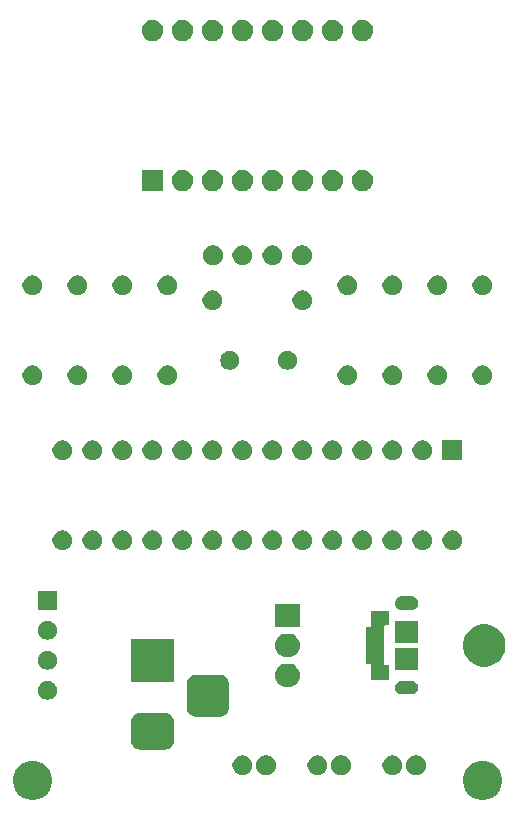
<source format=gbs>
G04 #@! TF.GenerationSoftware,KiCad,Pcbnew,(5.1.5)-3*
G04 #@! TF.CreationDate,2020-01-03T21:25:54+01:00*
G04 #@! TF.ProjectId,DHT_Disp_1,4448545f-4469-4737-905f-312e6b696361,rev?*
G04 #@! TF.SameCoordinates,Original*
G04 #@! TF.FileFunction,Soldermask,Bot*
G04 #@! TF.FilePolarity,Negative*
%FSLAX46Y46*%
G04 Gerber Fmt 4.6, Leading zero omitted, Abs format (unit mm)*
G04 Created by KiCad (PCBNEW (5.1.5)-3) date 2020-01-03 21:25:54*
%MOMM*%
%LPD*%
G04 APERTURE LIST*
%ADD10C,0.100000*%
G04 APERTURE END LIST*
D10*
G36*
X156585256Y-133011298D02*
G01*
X156691579Y-133032447D01*
X156992042Y-133156903D01*
X157262451Y-133337585D01*
X157492415Y-133567549D01*
X157673097Y-133837958D01*
X157797553Y-134138421D01*
X157861000Y-134457391D01*
X157861000Y-134782609D01*
X157797553Y-135101579D01*
X157673097Y-135402042D01*
X157492415Y-135672451D01*
X157262451Y-135902415D01*
X156992042Y-136083097D01*
X156691579Y-136207553D01*
X156585256Y-136228702D01*
X156372611Y-136271000D01*
X156047389Y-136271000D01*
X155834744Y-136228702D01*
X155728421Y-136207553D01*
X155427958Y-136083097D01*
X155157549Y-135902415D01*
X154927585Y-135672451D01*
X154746903Y-135402042D01*
X154622447Y-135101579D01*
X154559000Y-134782609D01*
X154559000Y-134457391D01*
X154622447Y-134138421D01*
X154746903Y-133837958D01*
X154927585Y-133567549D01*
X155157549Y-133337585D01*
X155427958Y-133156903D01*
X155728421Y-133032447D01*
X155834744Y-133011298D01*
X156047389Y-132969000D01*
X156372611Y-132969000D01*
X156585256Y-133011298D01*
G37*
G36*
X118485256Y-133011298D02*
G01*
X118591579Y-133032447D01*
X118892042Y-133156903D01*
X119162451Y-133337585D01*
X119392415Y-133567549D01*
X119573097Y-133837958D01*
X119697553Y-134138421D01*
X119761000Y-134457391D01*
X119761000Y-134782609D01*
X119697553Y-135101579D01*
X119573097Y-135402042D01*
X119392415Y-135672451D01*
X119162451Y-135902415D01*
X118892042Y-136083097D01*
X118591579Y-136207553D01*
X118485256Y-136228702D01*
X118272611Y-136271000D01*
X117947389Y-136271000D01*
X117734744Y-136228702D01*
X117628421Y-136207553D01*
X117327958Y-136083097D01*
X117057549Y-135902415D01*
X116827585Y-135672451D01*
X116646903Y-135402042D01*
X116522447Y-135101579D01*
X116459000Y-134782609D01*
X116459000Y-134457391D01*
X116522447Y-134138421D01*
X116646903Y-133837958D01*
X116827585Y-133567549D01*
X117057549Y-133337585D01*
X117327958Y-133156903D01*
X117628421Y-133032447D01*
X117734744Y-133011298D01*
X117947389Y-132969000D01*
X118272611Y-132969000D01*
X118485256Y-133011298D01*
G37*
G36*
X148838228Y-132531703D02*
G01*
X148993100Y-132595853D01*
X149132481Y-132688985D01*
X149251015Y-132807519D01*
X149344147Y-132946900D01*
X149408297Y-133101772D01*
X149441000Y-133266184D01*
X149441000Y-133433816D01*
X149408297Y-133598228D01*
X149344147Y-133753100D01*
X149251015Y-133892481D01*
X149132481Y-134011015D01*
X148993100Y-134104147D01*
X148838228Y-134168297D01*
X148673816Y-134201000D01*
X148506184Y-134201000D01*
X148341772Y-134168297D01*
X148186900Y-134104147D01*
X148047519Y-134011015D01*
X147928985Y-133892481D01*
X147835853Y-133753100D01*
X147771703Y-133598228D01*
X147739000Y-133433816D01*
X147739000Y-133266184D01*
X147771703Y-133101772D01*
X147835853Y-132946900D01*
X147928985Y-132807519D01*
X148047519Y-132688985D01*
X148186900Y-132595853D01*
X148341772Y-132531703D01*
X148506184Y-132499000D01*
X148673816Y-132499000D01*
X148838228Y-132531703D01*
G37*
G36*
X144488228Y-132531703D02*
G01*
X144643100Y-132595853D01*
X144782481Y-132688985D01*
X144901015Y-132807519D01*
X144994147Y-132946900D01*
X145058297Y-133101772D01*
X145091000Y-133266184D01*
X145091000Y-133433816D01*
X145058297Y-133598228D01*
X144994147Y-133753100D01*
X144901015Y-133892481D01*
X144782481Y-134011015D01*
X144643100Y-134104147D01*
X144488228Y-134168297D01*
X144323816Y-134201000D01*
X144156184Y-134201000D01*
X143991772Y-134168297D01*
X143836900Y-134104147D01*
X143697519Y-134011015D01*
X143578985Y-133892481D01*
X143485853Y-133753100D01*
X143421703Y-133598228D01*
X143389000Y-133433816D01*
X143389000Y-133266184D01*
X143421703Y-133101772D01*
X143485853Y-132946900D01*
X143578985Y-132807519D01*
X143697519Y-132688985D01*
X143836900Y-132595853D01*
X143991772Y-132531703D01*
X144156184Y-132499000D01*
X144323816Y-132499000D01*
X144488228Y-132531703D01*
G37*
G36*
X136138228Y-132531703D02*
G01*
X136293100Y-132595853D01*
X136432481Y-132688985D01*
X136551015Y-132807519D01*
X136644147Y-132946900D01*
X136708297Y-133101772D01*
X136741000Y-133266184D01*
X136741000Y-133433816D01*
X136708297Y-133598228D01*
X136644147Y-133753100D01*
X136551015Y-133892481D01*
X136432481Y-134011015D01*
X136293100Y-134104147D01*
X136138228Y-134168297D01*
X135973816Y-134201000D01*
X135806184Y-134201000D01*
X135641772Y-134168297D01*
X135486900Y-134104147D01*
X135347519Y-134011015D01*
X135228985Y-133892481D01*
X135135853Y-133753100D01*
X135071703Y-133598228D01*
X135039000Y-133433816D01*
X135039000Y-133266184D01*
X135071703Y-133101772D01*
X135135853Y-132946900D01*
X135228985Y-132807519D01*
X135347519Y-132688985D01*
X135486900Y-132595853D01*
X135641772Y-132531703D01*
X135806184Y-132499000D01*
X135973816Y-132499000D01*
X136138228Y-132531703D01*
G37*
G36*
X138138228Y-132531703D02*
G01*
X138293100Y-132595853D01*
X138432481Y-132688985D01*
X138551015Y-132807519D01*
X138644147Y-132946900D01*
X138708297Y-133101772D01*
X138741000Y-133266184D01*
X138741000Y-133433816D01*
X138708297Y-133598228D01*
X138644147Y-133753100D01*
X138551015Y-133892481D01*
X138432481Y-134011015D01*
X138293100Y-134104147D01*
X138138228Y-134168297D01*
X137973816Y-134201000D01*
X137806184Y-134201000D01*
X137641772Y-134168297D01*
X137486900Y-134104147D01*
X137347519Y-134011015D01*
X137228985Y-133892481D01*
X137135853Y-133753100D01*
X137071703Y-133598228D01*
X137039000Y-133433816D01*
X137039000Y-133266184D01*
X137071703Y-133101772D01*
X137135853Y-132946900D01*
X137228985Y-132807519D01*
X137347519Y-132688985D01*
X137486900Y-132595853D01*
X137641772Y-132531703D01*
X137806184Y-132499000D01*
X137973816Y-132499000D01*
X138138228Y-132531703D01*
G37*
G36*
X150838228Y-132531703D02*
G01*
X150993100Y-132595853D01*
X151132481Y-132688985D01*
X151251015Y-132807519D01*
X151344147Y-132946900D01*
X151408297Y-133101772D01*
X151441000Y-133266184D01*
X151441000Y-133433816D01*
X151408297Y-133598228D01*
X151344147Y-133753100D01*
X151251015Y-133892481D01*
X151132481Y-134011015D01*
X150993100Y-134104147D01*
X150838228Y-134168297D01*
X150673816Y-134201000D01*
X150506184Y-134201000D01*
X150341772Y-134168297D01*
X150186900Y-134104147D01*
X150047519Y-134011015D01*
X149928985Y-133892481D01*
X149835853Y-133753100D01*
X149771703Y-133598228D01*
X149739000Y-133433816D01*
X149739000Y-133266184D01*
X149771703Y-133101772D01*
X149835853Y-132946900D01*
X149928985Y-132807519D01*
X150047519Y-132688985D01*
X150186900Y-132595853D01*
X150341772Y-132531703D01*
X150506184Y-132499000D01*
X150673816Y-132499000D01*
X150838228Y-132531703D01*
G37*
G36*
X142488228Y-132531703D02*
G01*
X142643100Y-132595853D01*
X142782481Y-132688985D01*
X142901015Y-132807519D01*
X142994147Y-132946900D01*
X143058297Y-133101772D01*
X143091000Y-133266184D01*
X143091000Y-133433816D01*
X143058297Y-133598228D01*
X142994147Y-133753100D01*
X142901015Y-133892481D01*
X142782481Y-134011015D01*
X142643100Y-134104147D01*
X142488228Y-134168297D01*
X142323816Y-134201000D01*
X142156184Y-134201000D01*
X141991772Y-134168297D01*
X141836900Y-134104147D01*
X141697519Y-134011015D01*
X141578985Y-133892481D01*
X141485853Y-133753100D01*
X141421703Y-133598228D01*
X141389000Y-133433816D01*
X141389000Y-133266184D01*
X141421703Y-133101772D01*
X141485853Y-132946900D01*
X141578985Y-132807519D01*
X141697519Y-132688985D01*
X141836900Y-132595853D01*
X141991772Y-132531703D01*
X142156184Y-132499000D01*
X142323816Y-132499000D01*
X142488228Y-132531703D01*
G37*
G36*
X129496979Y-128923293D02*
G01*
X129630625Y-128963834D01*
X129753784Y-129029664D01*
X129861740Y-129118260D01*
X129950336Y-129226216D01*
X130016166Y-129349375D01*
X130056707Y-129483021D01*
X130071000Y-129628140D01*
X130071000Y-131291860D01*
X130056707Y-131436979D01*
X130016166Y-131570625D01*
X129950336Y-131693784D01*
X129861740Y-131801740D01*
X129753784Y-131890336D01*
X129630625Y-131956166D01*
X129496979Y-131996707D01*
X129351860Y-132011000D01*
X127188140Y-132011000D01*
X127043021Y-131996707D01*
X126909375Y-131956166D01*
X126786216Y-131890336D01*
X126678260Y-131801740D01*
X126589664Y-131693784D01*
X126523834Y-131570625D01*
X126483293Y-131436979D01*
X126469000Y-131291860D01*
X126469000Y-129628140D01*
X126483293Y-129483021D01*
X126523834Y-129349375D01*
X126589664Y-129226216D01*
X126678260Y-129118260D01*
X126786216Y-129029664D01*
X126909375Y-128963834D01*
X127043021Y-128923293D01*
X127188140Y-128909000D01*
X129351860Y-128909000D01*
X129496979Y-128923293D01*
G37*
G36*
X134096366Y-125675695D02*
G01*
X134253460Y-125723349D01*
X134398231Y-125800731D01*
X134525128Y-125904872D01*
X134629269Y-126031769D01*
X134706651Y-126176540D01*
X134754305Y-126333634D01*
X134771000Y-126503140D01*
X134771000Y-128416860D01*
X134754305Y-128586366D01*
X134706651Y-128743460D01*
X134629269Y-128888231D01*
X134525128Y-129015128D01*
X134398231Y-129119269D01*
X134253460Y-129196651D01*
X134096366Y-129244305D01*
X133926860Y-129261000D01*
X132013140Y-129261000D01*
X131843634Y-129244305D01*
X131686540Y-129196651D01*
X131541769Y-129119269D01*
X131414872Y-129015128D01*
X131310731Y-128888231D01*
X131233349Y-128743460D01*
X131185695Y-128586366D01*
X131169000Y-128416860D01*
X131169000Y-126503140D01*
X131185695Y-126333634D01*
X131233349Y-126176540D01*
X131310731Y-126031769D01*
X131414872Y-125904872D01*
X131541769Y-125800731D01*
X131686540Y-125723349D01*
X131843634Y-125675695D01*
X132013140Y-125659000D01*
X133926860Y-125659000D01*
X134096366Y-125675695D01*
G37*
G36*
X119613642Y-126229781D02*
G01*
X119759414Y-126290162D01*
X119759416Y-126290163D01*
X119890608Y-126377822D01*
X120002178Y-126489392D01*
X120049022Y-126559500D01*
X120089838Y-126620586D01*
X120150219Y-126766358D01*
X120181000Y-126921107D01*
X120181000Y-127078893D01*
X120150219Y-127233642D01*
X120089838Y-127379414D01*
X120089837Y-127379416D01*
X120002178Y-127510608D01*
X119890608Y-127622178D01*
X119759416Y-127709837D01*
X119759415Y-127709838D01*
X119759414Y-127709838D01*
X119613642Y-127770219D01*
X119458893Y-127801000D01*
X119301107Y-127801000D01*
X119146358Y-127770219D01*
X119000586Y-127709838D01*
X119000585Y-127709838D01*
X119000584Y-127709837D01*
X118869392Y-127622178D01*
X118757822Y-127510608D01*
X118670163Y-127379416D01*
X118670162Y-127379414D01*
X118609781Y-127233642D01*
X118579000Y-127078893D01*
X118579000Y-126921107D01*
X118609781Y-126766358D01*
X118670162Y-126620586D01*
X118710978Y-126559500D01*
X118757822Y-126489392D01*
X118869392Y-126377822D01*
X119000584Y-126290163D01*
X119000586Y-126290162D01*
X119146358Y-126229781D01*
X119301107Y-126199000D01*
X119458893Y-126199000D01*
X119613642Y-126229781D01*
G37*
G36*
X150327916Y-126197334D02*
G01*
X150434880Y-126229782D01*
X150436495Y-126230272D01*
X150472601Y-126249571D01*
X150536557Y-126283756D01*
X150624264Y-126355736D01*
X150696244Y-126443443D01*
X150720804Y-126489392D01*
X150749728Y-126543505D01*
X150749729Y-126543508D01*
X150782666Y-126652084D01*
X150793787Y-126765000D01*
X150782666Y-126877916D01*
X150749729Y-126986492D01*
X150749728Y-126986495D01*
X150730429Y-127022601D01*
X150696244Y-127086557D01*
X150624264Y-127174264D01*
X150536557Y-127246244D01*
X150472601Y-127280429D01*
X150436495Y-127299728D01*
X150436492Y-127299729D01*
X150327916Y-127332666D01*
X150243298Y-127341000D01*
X149336702Y-127341000D01*
X149252084Y-127332666D01*
X149143508Y-127299729D01*
X149143505Y-127299728D01*
X149107399Y-127280429D01*
X149043443Y-127246244D01*
X148955736Y-127174264D01*
X148883756Y-127086557D01*
X148849571Y-127022601D01*
X148830272Y-126986495D01*
X148830271Y-126986492D01*
X148797334Y-126877916D01*
X148786213Y-126765000D01*
X148797334Y-126652084D01*
X148830271Y-126543508D01*
X148830272Y-126543505D01*
X148859196Y-126489392D01*
X148883756Y-126443443D01*
X148955736Y-126355736D01*
X149043443Y-126283756D01*
X149107399Y-126249571D01*
X149143505Y-126230272D01*
X149145120Y-126229782D01*
X149252084Y-126197334D01*
X149336702Y-126189000D01*
X150243298Y-126189000D01*
X150327916Y-126197334D01*
G37*
G36*
X139845936Y-124731340D02*
G01*
X139944220Y-124741020D01*
X140133381Y-124798401D01*
X140307712Y-124891583D01*
X140460515Y-125016985D01*
X140585917Y-125169788D01*
X140679099Y-125344119D01*
X140736480Y-125533280D01*
X140755855Y-125730000D01*
X140736480Y-125926720D01*
X140679099Y-126115881D01*
X140585917Y-126290212D01*
X140460515Y-126443015D01*
X140307712Y-126568417D01*
X140133381Y-126661599D01*
X139944220Y-126718980D01*
X139845936Y-126728660D01*
X139796795Y-126733500D01*
X139603205Y-126733500D01*
X139554064Y-126728660D01*
X139455780Y-126718980D01*
X139266619Y-126661599D01*
X139092288Y-126568417D01*
X138939485Y-126443015D01*
X138814083Y-126290212D01*
X138720901Y-126115881D01*
X138663520Y-125926720D01*
X138644145Y-125730000D01*
X138663520Y-125533280D01*
X138720901Y-125344119D01*
X138814083Y-125169788D01*
X138939485Y-125016985D01*
X139092288Y-124891583D01*
X139266619Y-124798401D01*
X139455780Y-124741020D01*
X139554064Y-124731340D01*
X139603205Y-124726500D01*
X139796795Y-124726500D01*
X139845936Y-124731340D01*
G37*
G36*
X130071000Y-126261000D02*
G01*
X126469000Y-126261000D01*
X126469000Y-122659000D01*
X130071000Y-122659000D01*
X130071000Y-126261000D01*
G37*
G36*
X148336000Y-121496000D02*
G01*
X148015999Y-121496000D01*
X147991613Y-121498402D01*
X147968164Y-121505515D01*
X147946553Y-121517066D01*
X147927611Y-121532611D01*
X147912066Y-121551553D01*
X147900515Y-121573164D01*
X147893402Y-121596613D01*
X147891000Y-121620999D01*
X147891000Y-124759001D01*
X147893402Y-124783387D01*
X147900515Y-124806836D01*
X147912066Y-124828447D01*
X147927611Y-124847389D01*
X147946553Y-124862934D01*
X147968164Y-124874485D01*
X147991613Y-124881598D01*
X148015999Y-124884000D01*
X148336000Y-124884000D01*
X148336000Y-126136000D01*
X146784000Y-126136000D01*
X146784000Y-124865999D01*
X146781598Y-124841613D01*
X146774485Y-124818164D01*
X146762934Y-124796553D01*
X146747389Y-124777611D01*
X146728447Y-124762066D01*
X146706836Y-124750515D01*
X146683387Y-124743402D01*
X146659001Y-124741000D01*
X146389000Y-124741000D01*
X146389000Y-121639000D01*
X146659001Y-121639000D01*
X146683387Y-121636598D01*
X146706836Y-121629485D01*
X146728447Y-121617934D01*
X146747389Y-121602389D01*
X146762934Y-121583447D01*
X146774485Y-121561836D01*
X146781598Y-121538387D01*
X146784000Y-121514001D01*
X146784000Y-120244000D01*
X148336000Y-120244000D01*
X148336000Y-121496000D01*
G37*
G36*
X119613642Y-123689781D02*
G01*
X119759414Y-123750162D01*
X119759416Y-123750163D01*
X119890608Y-123837822D01*
X120002178Y-123949392D01*
X120089837Y-124080584D01*
X120089838Y-124080586D01*
X120150219Y-124226358D01*
X120181000Y-124381107D01*
X120181000Y-124538893D01*
X120150219Y-124693642D01*
X120089838Y-124839414D01*
X120089837Y-124839416D01*
X120002178Y-124970608D01*
X119890608Y-125082178D01*
X119759416Y-125169837D01*
X119759415Y-125169838D01*
X119759414Y-125169838D01*
X119613642Y-125230219D01*
X119458893Y-125261000D01*
X119301107Y-125261000D01*
X119146358Y-125230219D01*
X119000586Y-125169838D01*
X119000585Y-125169838D01*
X119000584Y-125169837D01*
X118869392Y-125082178D01*
X118757822Y-124970608D01*
X118670163Y-124839416D01*
X118670162Y-124839414D01*
X118609781Y-124693642D01*
X118579000Y-124538893D01*
X118579000Y-124381107D01*
X118609781Y-124226358D01*
X118670162Y-124080586D01*
X118670163Y-124080584D01*
X118757822Y-123949392D01*
X118869392Y-123837822D01*
X119000584Y-123750163D01*
X119000586Y-123750162D01*
X119146358Y-123689781D01*
X119301107Y-123659000D01*
X119458893Y-123659000D01*
X119613642Y-123689781D01*
G37*
G36*
X150791000Y-125241000D02*
G01*
X148789000Y-125241000D01*
X148789000Y-123389000D01*
X150791000Y-123389000D01*
X150791000Y-125241000D01*
G37*
G36*
X156885331Y-121458211D02*
G01*
X157213092Y-121593974D01*
X157508070Y-121791072D01*
X157758928Y-122041930D01*
X157956026Y-122336908D01*
X158091789Y-122664669D01*
X158161000Y-123012616D01*
X158161000Y-123367384D01*
X158091789Y-123715331D01*
X157956026Y-124043092D01*
X157758928Y-124338070D01*
X157508070Y-124588928D01*
X157213092Y-124786026D01*
X156885331Y-124921789D01*
X156537384Y-124991000D01*
X156182616Y-124991000D01*
X155834669Y-124921789D01*
X155506908Y-124786026D01*
X155211930Y-124588928D01*
X154961072Y-124338070D01*
X154763974Y-124043092D01*
X154628211Y-123715331D01*
X154559000Y-123367384D01*
X154559000Y-123012616D01*
X154628211Y-122664669D01*
X154763974Y-122336908D01*
X154961072Y-122041930D01*
X155211930Y-121791072D01*
X155506908Y-121593974D01*
X155834669Y-121458211D01*
X156182616Y-121389000D01*
X156537384Y-121389000D01*
X156885331Y-121458211D01*
G37*
G36*
X139845936Y-122191340D02*
G01*
X139944220Y-122201020D01*
X140133381Y-122258401D01*
X140307712Y-122351583D01*
X140460515Y-122476985D01*
X140585917Y-122629788D01*
X140679099Y-122804119D01*
X140736480Y-122993280D01*
X140755855Y-123190000D01*
X140736480Y-123386720D01*
X140679099Y-123575881D01*
X140585917Y-123750212D01*
X140460515Y-123903015D01*
X140307712Y-124028417D01*
X140133381Y-124121599D01*
X139944220Y-124178980D01*
X139845936Y-124188660D01*
X139796795Y-124193500D01*
X139603205Y-124193500D01*
X139554064Y-124188660D01*
X139455780Y-124178980D01*
X139266619Y-124121599D01*
X139092288Y-124028417D01*
X138939485Y-123903015D01*
X138814083Y-123750212D01*
X138720901Y-123575881D01*
X138663520Y-123386720D01*
X138644145Y-123190000D01*
X138663520Y-122993280D01*
X138720901Y-122804119D01*
X138814083Y-122629788D01*
X138939485Y-122476985D01*
X139092288Y-122351583D01*
X139266619Y-122258401D01*
X139455780Y-122201020D01*
X139554064Y-122191340D01*
X139603205Y-122186500D01*
X139796795Y-122186500D01*
X139845936Y-122191340D01*
G37*
G36*
X150791000Y-122991000D02*
G01*
X148789000Y-122991000D01*
X148789000Y-121139000D01*
X150791000Y-121139000D01*
X150791000Y-122991000D01*
G37*
G36*
X119613642Y-121149781D02*
G01*
X119759414Y-121210162D01*
X119759416Y-121210163D01*
X119890608Y-121297822D01*
X120002178Y-121409392D01*
X120088369Y-121538387D01*
X120089838Y-121540586D01*
X120150219Y-121686358D01*
X120181000Y-121841107D01*
X120181000Y-121998893D01*
X120150219Y-122153642D01*
X120089838Y-122299414D01*
X120089837Y-122299416D01*
X120002178Y-122430608D01*
X119890608Y-122542178D01*
X119759416Y-122629837D01*
X119759415Y-122629838D01*
X119759414Y-122629838D01*
X119613642Y-122690219D01*
X119458893Y-122721000D01*
X119301107Y-122721000D01*
X119146358Y-122690219D01*
X119000586Y-122629838D01*
X119000585Y-122629838D01*
X119000584Y-122629837D01*
X118869392Y-122542178D01*
X118757822Y-122430608D01*
X118670163Y-122299416D01*
X118670162Y-122299414D01*
X118609781Y-122153642D01*
X118579000Y-121998893D01*
X118579000Y-121841107D01*
X118609781Y-121686358D01*
X118670162Y-121540586D01*
X118671631Y-121538387D01*
X118757822Y-121409392D01*
X118869392Y-121297822D01*
X119000584Y-121210163D01*
X119000586Y-121210162D01*
X119146358Y-121149781D01*
X119301107Y-121119000D01*
X119458893Y-121119000D01*
X119613642Y-121149781D01*
G37*
G36*
X140751000Y-121653500D02*
G01*
X138649000Y-121653500D01*
X138649000Y-119646500D01*
X140751000Y-119646500D01*
X140751000Y-121653500D01*
G37*
G36*
X150327916Y-119047334D02*
G01*
X150436492Y-119080271D01*
X150436495Y-119080272D01*
X150472601Y-119099571D01*
X150536557Y-119133756D01*
X150624264Y-119205736D01*
X150696244Y-119293443D01*
X150730429Y-119357399D01*
X150749728Y-119393505D01*
X150749729Y-119393508D01*
X150782666Y-119502084D01*
X150793787Y-119615000D01*
X150782666Y-119727916D01*
X150749729Y-119836492D01*
X150749728Y-119836495D01*
X150730429Y-119872601D01*
X150696244Y-119936557D01*
X150624264Y-120024264D01*
X150536557Y-120096244D01*
X150472601Y-120130429D01*
X150436495Y-120149728D01*
X150436492Y-120149729D01*
X150327916Y-120182666D01*
X150243298Y-120191000D01*
X149336702Y-120191000D01*
X149252084Y-120182666D01*
X149143508Y-120149729D01*
X149143505Y-120149728D01*
X149107399Y-120130429D01*
X149043443Y-120096244D01*
X148955736Y-120024264D01*
X148883756Y-119936557D01*
X148849571Y-119872601D01*
X148830272Y-119836495D01*
X148830271Y-119836492D01*
X148797334Y-119727916D01*
X148786213Y-119615000D01*
X148797334Y-119502084D01*
X148830271Y-119393508D01*
X148830272Y-119393505D01*
X148849571Y-119357399D01*
X148883756Y-119293443D01*
X148955736Y-119205736D01*
X149043443Y-119133756D01*
X149107399Y-119099571D01*
X149143505Y-119080272D01*
X149143508Y-119080271D01*
X149252084Y-119047334D01*
X149336702Y-119039000D01*
X150243298Y-119039000D01*
X150327916Y-119047334D01*
G37*
G36*
X120181000Y-120181000D02*
G01*
X118579000Y-120181000D01*
X118579000Y-118579000D01*
X120181000Y-118579000D01*
X120181000Y-120181000D01*
G37*
G36*
X125978228Y-113481703D02*
G01*
X126133100Y-113545853D01*
X126272481Y-113638985D01*
X126391015Y-113757519D01*
X126484147Y-113896900D01*
X126548297Y-114051772D01*
X126581000Y-114216184D01*
X126581000Y-114383816D01*
X126548297Y-114548228D01*
X126484147Y-114703100D01*
X126391015Y-114842481D01*
X126272481Y-114961015D01*
X126133100Y-115054147D01*
X125978228Y-115118297D01*
X125813816Y-115151000D01*
X125646184Y-115151000D01*
X125481772Y-115118297D01*
X125326900Y-115054147D01*
X125187519Y-114961015D01*
X125068985Y-114842481D01*
X124975853Y-114703100D01*
X124911703Y-114548228D01*
X124879000Y-114383816D01*
X124879000Y-114216184D01*
X124911703Y-114051772D01*
X124975853Y-113896900D01*
X125068985Y-113757519D01*
X125187519Y-113638985D01*
X125326900Y-113545853D01*
X125481772Y-113481703D01*
X125646184Y-113449000D01*
X125813816Y-113449000D01*
X125978228Y-113481703D01*
G37*
G36*
X153918228Y-113481703D02*
G01*
X154073100Y-113545853D01*
X154212481Y-113638985D01*
X154331015Y-113757519D01*
X154424147Y-113896900D01*
X154488297Y-114051772D01*
X154521000Y-114216184D01*
X154521000Y-114383816D01*
X154488297Y-114548228D01*
X154424147Y-114703100D01*
X154331015Y-114842481D01*
X154212481Y-114961015D01*
X154073100Y-115054147D01*
X153918228Y-115118297D01*
X153753816Y-115151000D01*
X153586184Y-115151000D01*
X153421772Y-115118297D01*
X153266900Y-115054147D01*
X153127519Y-114961015D01*
X153008985Y-114842481D01*
X152915853Y-114703100D01*
X152851703Y-114548228D01*
X152819000Y-114383816D01*
X152819000Y-114216184D01*
X152851703Y-114051772D01*
X152915853Y-113896900D01*
X153008985Y-113757519D01*
X153127519Y-113638985D01*
X153266900Y-113545853D01*
X153421772Y-113481703D01*
X153586184Y-113449000D01*
X153753816Y-113449000D01*
X153918228Y-113481703D01*
G37*
G36*
X148838228Y-113481703D02*
G01*
X148993100Y-113545853D01*
X149132481Y-113638985D01*
X149251015Y-113757519D01*
X149344147Y-113896900D01*
X149408297Y-114051772D01*
X149441000Y-114216184D01*
X149441000Y-114383816D01*
X149408297Y-114548228D01*
X149344147Y-114703100D01*
X149251015Y-114842481D01*
X149132481Y-114961015D01*
X148993100Y-115054147D01*
X148838228Y-115118297D01*
X148673816Y-115151000D01*
X148506184Y-115151000D01*
X148341772Y-115118297D01*
X148186900Y-115054147D01*
X148047519Y-114961015D01*
X147928985Y-114842481D01*
X147835853Y-114703100D01*
X147771703Y-114548228D01*
X147739000Y-114383816D01*
X147739000Y-114216184D01*
X147771703Y-114051772D01*
X147835853Y-113896900D01*
X147928985Y-113757519D01*
X148047519Y-113638985D01*
X148186900Y-113545853D01*
X148341772Y-113481703D01*
X148506184Y-113449000D01*
X148673816Y-113449000D01*
X148838228Y-113481703D01*
G37*
G36*
X146298228Y-113481703D02*
G01*
X146453100Y-113545853D01*
X146592481Y-113638985D01*
X146711015Y-113757519D01*
X146804147Y-113896900D01*
X146868297Y-114051772D01*
X146901000Y-114216184D01*
X146901000Y-114383816D01*
X146868297Y-114548228D01*
X146804147Y-114703100D01*
X146711015Y-114842481D01*
X146592481Y-114961015D01*
X146453100Y-115054147D01*
X146298228Y-115118297D01*
X146133816Y-115151000D01*
X145966184Y-115151000D01*
X145801772Y-115118297D01*
X145646900Y-115054147D01*
X145507519Y-114961015D01*
X145388985Y-114842481D01*
X145295853Y-114703100D01*
X145231703Y-114548228D01*
X145199000Y-114383816D01*
X145199000Y-114216184D01*
X145231703Y-114051772D01*
X145295853Y-113896900D01*
X145388985Y-113757519D01*
X145507519Y-113638985D01*
X145646900Y-113545853D01*
X145801772Y-113481703D01*
X145966184Y-113449000D01*
X146133816Y-113449000D01*
X146298228Y-113481703D01*
G37*
G36*
X143758228Y-113481703D02*
G01*
X143913100Y-113545853D01*
X144052481Y-113638985D01*
X144171015Y-113757519D01*
X144264147Y-113896900D01*
X144328297Y-114051772D01*
X144361000Y-114216184D01*
X144361000Y-114383816D01*
X144328297Y-114548228D01*
X144264147Y-114703100D01*
X144171015Y-114842481D01*
X144052481Y-114961015D01*
X143913100Y-115054147D01*
X143758228Y-115118297D01*
X143593816Y-115151000D01*
X143426184Y-115151000D01*
X143261772Y-115118297D01*
X143106900Y-115054147D01*
X142967519Y-114961015D01*
X142848985Y-114842481D01*
X142755853Y-114703100D01*
X142691703Y-114548228D01*
X142659000Y-114383816D01*
X142659000Y-114216184D01*
X142691703Y-114051772D01*
X142755853Y-113896900D01*
X142848985Y-113757519D01*
X142967519Y-113638985D01*
X143106900Y-113545853D01*
X143261772Y-113481703D01*
X143426184Y-113449000D01*
X143593816Y-113449000D01*
X143758228Y-113481703D01*
G37*
G36*
X151378228Y-113481703D02*
G01*
X151533100Y-113545853D01*
X151672481Y-113638985D01*
X151791015Y-113757519D01*
X151884147Y-113896900D01*
X151948297Y-114051772D01*
X151981000Y-114216184D01*
X151981000Y-114383816D01*
X151948297Y-114548228D01*
X151884147Y-114703100D01*
X151791015Y-114842481D01*
X151672481Y-114961015D01*
X151533100Y-115054147D01*
X151378228Y-115118297D01*
X151213816Y-115151000D01*
X151046184Y-115151000D01*
X150881772Y-115118297D01*
X150726900Y-115054147D01*
X150587519Y-114961015D01*
X150468985Y-114842481D01*
X150375853Y-114703100D01*
X150311703Y-114548228D01*
X150279000Y-114383816D01*
X150279000Y-114216184D01*
X150311703Y-114051772D01*
X150375853Y-113896900D01*
X150468985Y-113757519D01*
X150587519Y-113638985D01*
X150726900Y-113545853D01*
X150881772Y-113481703D01*
X151046184Y-113449000D01*
X151213816Y-113449000D01*
X151378228Y-113481703D01*
G37*
G36*
X120898228Y-113481703D02*
G01*
X121053100Y-113545853D01*
X121192481Y-113638985D01*
X121311015Y-113757519D01*
X121404147Y-113896900D01*
X121468297Y-114051772D01*
X121501000Y-114216184D01*
X121501000Y-114383816D01*
X121468297Y-114548228D01*
X121404147Y-114703100D01*
X121311015Y-114842481D01*
X121192481Y-114961015D01*
X121053100Y-115054147D01*
X120898228Y-115118297D01*
X120733816Y-115151000D01*
X120566184Y-115151000D01*
X120401772Y-115118297D01*
X120246900Y-115054147D01*
X120107519Y-114961015D01*
X119988985Y-114842481D01*
X119895853Y-114703100D01*
X119831703Y-114548228D01*
X119799000Y-114383816D01*
X119799000Y-114216184D01*
X119831703Y-114051772D01*
X119895853Y-113896900D01*
X119988985Y-113757519D01*
X120107519Y-113638985D01*
X120246900Y-113545853D01*
X120401772Y-113481703D01*
X120566184Y-113449000D01*
X120733816Y-113449000D01*
X120898228Y-113481703D01*
G37*
G36*
X141218228Y-113481703D02*
G01*
X141373100Y-113545853D01*
X141512481Y-113638985D01*
X141631015Y-113757519D01*
X141724147Y-113896900D01*
X141788297Y-114051772D01*
X141821000Y-114216184D01*
X141821000Y-114383816D01*
X141788297Y-114548228D01*
X141724147Y-114703100D01*
X141631015Y-114842481D01*
X141512481Y-114961015D01*
X141373100Y-115054147D01*
X141218228Y-115118297D01*
X141053816Y-115151000D01*
X140886184Y-115151000D01*
X140721772Y-115118297D01*
X140566900Y-115054147D01*
X140427519Y-114961015D01*
X140308985Y-114842481D01*
X140215853Y-114703100D01*
X140151703Y-114548228D01*
X140119000Y-114383816D01*
X140119000Y-114216184D01*
X140151703Y-114051772D01*
X140215853Y-113896900D01*
X140308985Y-113757519D01*
X140427519Y-113638985D01*
X140566900Y-113545853D01*
X140721772Y-113481703D01*
X140886184Y-113449000D01*
X141053816Y-113449000D01*
X141218228Y-113481703D01*
G37*
G36*
X138678228Y-113481703D02*
G01*
X138833100Y-113545853D01*
X138972481Y-113638985D01*
X139091015Y-113757519D01*
X139184147Y-113896900D01*
X139248297Y-114051772D01*
X139281000Y-114216184D01*
X139281000Y-114383816D01*
X139248297Y-114548228D01*
X139184147Y-114703100D01*
X139091015Y-114842481D01*
X138972481Y-114961015D01*
X138833100Y-115054147D01*
X138678228Y-115118297D01*
X138513816Y-115151000D01*
X138346184Y-115151000D01*
X138181772Y-115118297D01*
X138026900Y-115054147D01*
X137887519Y-114961015D01*
X137768985Y-114842481D01*
X137675853Y-114703100D01*
X137611703Y-114548228D01*
X137579000Y-114383816D01*
X137579000Y-114216184D01*
X137611703Y-114051772D01*
X137675853Y-113896900D01*
X137768985Y-113757519D01*
X137887519Y-113638985D01*
X138026900Y-113545853D01*
X138181772Y-113481703D01*
X138346184Y-113449000D01*
X138513816Y-113449000D01*
X138678228Y-113481703D01*
G37*
G36*
X133598228Y-113481703D02*
G01*
X133753100Y-113545853D01*
X133892481Y-113638985D01*
X134011015Y-113757519D01*
X134104147Y-113896900D01*
X134168297Y-114051772D01*
X134201000Y-114216184D01*
X134201000Y-114383816D01*
X134168297Y-114548228D01*
X134104147Y-114703100D01*
X134011015Y-114842481D01*
X133892481Y-114961015D01*
X133753100Y-115054147D01*
X133598228Y-115118297D01*
X133433816Y-115151000D01*
X133266184Y-115151000D01*
X133101772Y-115118297D01*
X132946900Y-115054147D01*
X132807519Y-114961015D01*
X132688985Y-114842481D01*
X132595853Y-114703100D01*
X132531703Y-114548228D01*
X132499000Y-114383816D01*
X132499000Y-114216184D01*
X132531703Y-114051772D01*
X132595853Y-113896900D01*
X132688985Y-113757519D01*
X132807519Y-113638985D01*
X132946900Y-113545853D01*
X133101772Y-113481703D01*
X133266184Y-113449000D01*
X133433816Y-113449000D01*
X133598228Y-113481703D01*
G37*
G36*
X131058228Y-113481703D02*
G01*
X131213100Y-113545853D01*
X131352481Y-113638985D01*
X131471015Y-113757519D01*
X131564147Y-113896900D01*
X131628297Y-114051772D01*
X131661000Y-114216184D01*
X131661000Y-114383816D01*
X131628297Y-114548228D01*
X131564147Y-114703100D01*
X131471015Y-114842481D01*
X131352481Y-114961015D01*
X131213100Y-115054147D01*
X131058228Y-115118297D01*
X130893816Y-115151000D01*
X130726184Y-115151000D01*
X130561772Y-115118297D01*
X130406900Y-115054147D01*
X130267519Y-114961015D01*
X130148985Y-114842481D01*
X130055853Y-114703100D01*
X129991703Y-114548228D01*
X129959000Y-114383816D01*
X129959000Y-114216184D01*
X129991703Y-114051772D01*
X130055853Y-113896900D01*
X130148985Y-113757519D01*
X130267519Y-113638985D01*
X130406900Y-113545853D01*
X130561772Y-113481703D01*
X130726184Y-113449000D01*
X130893816Y-113449000D01*
X131058228Y-113481703D01*
G37*
G36*
X128518228Y-113481703D02*
G01*
X128673100Y-113545853D01*
X128812481Y-113638985D01*
X128931015Y-113757519D01*
X129024147Y-113896900D01*
X129088297Y-114051772D01*
X129121000Y-114216184D01*
X129121000Y-114383816D01*
X129088297Y-114548228D01*
X129024147Y-114703100D01*
X128931015Y-114842481D01*
X128812481Y-114961015D01*
X128673100Y-115054147D01*
X128518228Y-115118297D01*
X128353816Y-115151000D01*
X128186184Y-115151000D01*
X128021772Y-115118297D01*
X127866900Y-115054147D01*
X127727519Y-114961015D01*
X127608985Y-114842481D01*
X127515853Y-114703100D01*
X127451703Y-114548228D01*
X127419000Y-114383816D01*
X127419000Y-114216184D01*
X127451703Y-114051772D01*
X127515853Y-113896900D01*
X127608985Y-113757519D01*
X127727519Y-113638985D01*
X127866900Y-113545853D01*
X128021772Y-113481703D01*
X128186184Y-113449000D01*
X128353816Y-113449000D01*
X128518228Y-113481703D01*
G37*
G36*
X123438228Y-113481703D02*
G01*
X123593100Y-113545853D01*
X123732481Y-113638985D01*
X123851015Y-113757519D01*
X123944147Y-113896900D01*
X124008297Y-114051772D01*
X124041000Y-114216184D01*
X124041000Y-114383816D01*
X124008297Y-114548228D01*
X123944147Y-114703100D01*
X123851015Y-114842481D01*
X123732481Y-114961015D01*
X123593100Y-115054147D01*
X123438228Y-115118297D01*
X123273816Y-115151000D01*
X123106184Y-115151000D01*
X122941772Y-115118297D01*
X122786900Y-115054147D01*
X122647519Y-114961015D01*
X122528985Y-114842481D01*
X122435853Y-114703100D01*
X122371703Y-114548228D01*
X122339000Y-114383816D01*
X122339000Y-114216184D01*
X122371703Y-114051772D01*
X122435853Y-113896900D01*
X122528985Y-113757519D01*
X122647519Y-113638985D01*
X122786900Y-113545853D01*
X122941772Y-113481703D01*
X123106184Y-113449000D01*
X123273816Y-113449000D01*
X123438228Y-113481703D01*
G37*
G36*
X136138228Y-113481703D02*
G01*
X136293100Y-113545853D01*
X136432481Y-113638985D01*
X136551015Y-113757519D01*
X136644147Y-113896900D01*
X136708297Y-114051772D01*
X136741000Y-114216184D01*
X136741000Y-114383816D01*
X136708297Y-114548228D01*
X136644147Y-114703100D01*
X136551015Y-114842481D01*
X136432481Y-114961015D01*
X136293100Y-115054147D01*
X136138228Y-115118297D01*
X135973816Y-115151000D01*
X135806184Y-115151000D01*
X135641772Y-115118297D01*
X135486900Y-115054147D01*
X135347519Y-114961015D01*
X135228985Y-114842481D01*
X135135853Y-114703100D01*
X135071703Y-114548228D01*
X135039000Y-114383816D01*
X135039000Y-114216184D01*
X135071703Y-114051772D01*
X135135853Y-113896900D01*
X135228985Y-113757519D01*
X135347519Y-113638985D01*
X135486900Y-113545853D01*
X135641772Y-113481703D01*
X135806184Y-113449000D01*
X135973816Y-113449000D01*
X136138228Y-113481703D01*
G37*
G36*
X136138228Y-105861703D02*
G01*
X136293100Y-105925853D01*
X136432481Y-106018985D01*
X136551015Y-106137519D01*
X136644147Y-106276900D01*
X136708297Y-106431772D01*
X136741000Y-106596184D01*
X136741000Y-106763816D01*
X136708297Y-106928228D01*
X136644147Y-107083100D01*
X136551015Y-107222481D01*
X136432481Y-107341015D01*
X136293100Y-107434147D01*
X136138228Y-107498297D01*
X135973816Y-107531000D01*
X135806184Y-107531000D01*
X135641772Y-107498297D01*
X135486900Y-107434147D01*
X135347519Y-107341015D01*
X135228985Y-107222481D01*
X135135853Y-107083100D01*
X135071703Y-106928228D01*
X135039000Y-106763816D01*
X135039000Y-106596184D01*
X135071703Y-106431772D01*
X135135853Y-106276900D01*
X135228985Y-106137519D01*
X135347519Y-106018985D01*
X135486900Y-105925853D01*
X135641772Y-105861703D01*
X135806184Y-105829000D01*
X135973816Y-105829000D01*
X136138228Y-105861703D01*
G37*
G36*
X133598228Y-105861703D02*
G01*
X133753100Y-105925853D01*
X133892481Y-106018985D01*
X134011015Y-106137519D01*
X134104147Y-106276900D01*
X134168297Y-106431772D01*
X134201000Y-106596184D01*
X134201000Y-106763816D01*
X134168297Y-106928228D01*
X134104147Y-107083100D01*
X134011015Y-107222481D01*
X133892481Y-107341015D01*
X133753100Y-107434147D01*
X133598228Y-107498297D01*
X133433816Y-107531000D01*
X133266184Y-107531000D01*
X133101772Y-107498297D01*
X132946900Y-107434147D01*
X132807519Y-107341015D01*
X132688985Y-107222481D01*
X132595853Y-107083100D01*
X132531703Y-106928228D01*
X132499000Y-106763816D01*
X132499000Y-106596184D01*
X132531703Y-106431772D01*
X132595853Y-106276900D01*
X132688985Y-106137519D01*
X132807519Y-106018985D01*
X132946900Y-105925853D01*
X133101772Y-105861703D01*
X133266184Y-105829000D01*
X133433816Y-105829000D01*
X133598228Y-105861703D01*
G37*
G36*
X138678228Y-105861703D02*
G01*
X138833100Y-105925853D01*
X138972481Y-106018985D01*
X139091015Y-106137519D01*
X139184147Y-106276900D01*
X139248297Y-106431772D01*
X139281000Y-106596184D01*
X139281000Y-106763816D01*
X139248297Y-106928228D01*
X139184147Y-107083100D01*
X139091015Y-107222481D01*
X138972481Y-107341015D01*
X138833100Y-107434147D01*
X138678228Y-107498297D01*
X138513816Y-107531000D01*
X138346184Y-107531000D01*
X138181772Y-107498297D01*
X138026900Y-107434147D01*
X137887519Y-107341015D01*
X137768985Y-107222481D01*
X137675853Y-107083100D01*
X137611703Y-106928228D01*
X137579000Y-106763816D01*
X137579000Y-106596184D01*
X137611703Y-106431772D01*
X137675853Y-106276900D01*
X137768985Y-106137519D01*
X137887519Y-106018985D01*
X138026900Y-105925853D01*
X138181772Y-105861703D01*
X138346184Y-105829000D01*
X138513816Y-105829000D01*
X138678228Y-105861703D01*
G37*
G36*
X141218228Y-105861703D02*
G01*
X141373100Y-105925853D01*
X141512481Y-106018985D01*
X141631015Y-106137519D01*
X141724147Y-106276900D01*
X141788297Y-106431772D01*
X141821000Y-106596184D01*
X141821000Y-106763816D01*
X141788297Y-106928228D01*
X141724147Y-107083100D01*
X141631015Y-107222481D01*
X141512481Y-107341015D01*
X141373100Y-107434147D01*
X141218228Y-107498297D01*
X141053816Y-107531000D01*
X140886184Y-107531000D01*
X140721772Y-107498297D01*
X140566900Y-107434147D01*
X140427519Y-107341015D01*
X140308985Y-107222481D01*
X140215853Y-107083100D01*
X140151703Y-106928228D01*
X140119000Y-106763816D01*
X140119000Y-106596184D01*
X140151703Y-106431772D01*
X140215853Y-106276900D01*
X140308985Y-106137519D01*
X140427519Y-106018985D01*
X140566900Y-105925853D01*
X140721772Y-105861703D01*
X140886184Y-105829000D01*
X141053816Y-105829000D01*
X141218228Y-105861703D01*
G37*
G36*
X131058228Y-105861703D02*
G01*
X131213100Y-105925853D01*
X131352481Y-106018985D01*
X131471015Y-106137519D01*
X131564147Y-106276900D01*
X131628297Y-106431772D01*
X131661000Y-106596184D01*
X131661000Y-106763816D01*
X131628297Y-106928228D01*
X131564147Y-107083100D01*
X131471015Y-107222481D01*
X131352481Y-107341015D01*
X131213100Y-107434147D01*
X131058228Y-107498297D01*
X130893816Y-107531000D01*
X130726184Y-107531000D01*
X130561772Y-107498297D01*
X130406900Y-107434147D01*
X130267519Y-107341015D01*
X130148985Y-107222481D01*
X130055853Y-107083100D01*
X129991703Y-106928228D01*
X129959000Y-106763816D01*
X129959000Y-106596184D01*
X129991703Y-106431772D01*
X130055853Y-106276900D01*
X130148985Y-106137519D01*
X130267519Y-106018985D01*
X130406900Y-105925853D01*
X130561772Y-105861703D01*
X130726184Y-105829000D01*
X130893816Y-105829000D01*
X131058228Y-105861703D01*
G37*
G36*
X143758228Y-105861703D02*
G01*
X143913100Y-105925853D01*
X144052481Y-106018985D01*
X144171015Y-106137519D01*
X144264147Y-106276900D01*
X144328297Y-106431772D01*
X144361000Y-106596184D01*
X144361000Y-106763816D01*
X144328297Y-106928228D01*
X144264147Y-107083100D01*
X144171015Y-107222481D01*
X144052481Y-107341015D01*
X143913100Y-107434147D01*
X143758228Y-107498297D01*
X143593816Y-107531000D01*
X143426184Y-107531000D01*
X143261772Y-107498297D01*
X143106900Y-107434147D01*
X142967519Y-107341015D01*
X142848985Y-107222481D01*
X142755853Y-107083100D01*
X142691703Y-106928228D01*
X142659000Y-106763816D01*
X142659000Y-106596184D01*
X142691703Y-106431772D01*
X142755853Y-106276900D01*
X142848985Y-106137519D01*
X142967519Y-106018985D01*
X143106900Y-105925853D01*
X143261772Y-105861703D01*
X143426184Y-105829000D01*
X143593816Y-105829000D01*
X143758228Y-105861703D01*
G37*
G36*
X146298228Y-105861703D02*
G01*
X146453100Y-105925853D01*
X146592481Y-106018985D01*
X146711015Y-106137519D01*
X146804147Y-106276900D01*
X146868297Y-106431772D01*
X146901000Y-106596184D01*
X146901000Y-106763816D01*
X146868297Y-106928228D01*
X146804147Y-107083100D01*
X146711015Y-107222481D01*
X146592481Y-107341015D01*
X146453100Y-107434147D01*
X146298228Y-107498297D01*
X146133816Y-107531000D01*
X145966184Y-107531000D01*
X145801772Y-107498297D01*
X145646900Y-107434147D01*
X145507519Y-107341015D01*
X145388985Y-107222481D01*
X145295853Y-107083100D01*
X145231703Y-106928228D01*
X145199000Y-106763816D01*
X145199000Y-106596184D01*
X145231703Y-106431772D01*
X145295853Y-106276900D01*
X145388985Y-106137519D01*
X145507519Y-106018985D01*
X145646900Y-105925853D01*
X145801772Y-105861703D01*
X145966184Y-105829000D01*
X146133816Y-105829000D01*
X146298228Y-105861703D01*
G37*
G36*
X148838228Y-105861703D02*
G01*
X148993100Y-105925853D01*
X149132481Y-106018985D01*
X149251015Y-106137519D01*
X149344147Y-106276900D01*
X149408297Y-106431772D01*
X149441000Y-106596184D01*
X149441000Y-106763816D01*
X149408297Y-106928228D01*
X149344147Y-107083100D01*
X149251015Y-107222481D01*
X149132481Y-107341015D01*
X148993100Y-107434147D01*
X148838228Y-107498297D01*
X148673816Y-107531000D01*
X148506184Y-107531000D01*
X148341772Y-107498297D01*
X148186900Y-107434147D01*
X148047519Y-107341015D01*
X147928985Y-107222481D01*
X147835853Y-107083100D01*
X147771703Y-106928228D01*
X147739000Y-106763816D01*
X147739000Y-106596184D01*
X147771703Y-106431772D01*
X147835853Y-106276900D01*
X147928985Y-106137519D01*
X148047519Y-106018985D01*
X148186900Y-105925853D01*
X148341772Y-105861703D01*
X148506184Y-105829000D01*
X148673816Y-105829000D01*
X148838228Y-105861703D01*
G37*
G36*
X128518228Y-105861703D02*
G01*
X128673100Y-105925853D01*
X128812481Y-106018985D01*
X128931015Y-106137519D01*
X129024147Y-106276900D01*
X129088297Y-106431772D01*
X129121000Y-106596184D01*
X129121000Y-106763816D01*
X129088297Y-106928228D01*
X129024147Y-107083100D01*
X128931015Y-107222481D01*
X128812481Y-107341015D01*
X128673100Y-107434147D01*
X128518228Y-107498297D01*
X128353816Y-107531000D01*
X128186184Y-107531000D01*
X128021772Y-107498297D01*
X127866900Y-107434147D01*
X127727519Y-107341015D01*
X127608985Y-107222481D01*
X127515853Y-107083100D01*
X127451703Y-106928228D01*
X127419000Y-106763816D01*
X127419000Y-106596184D01*
X127451703Y-106431772D01*
X127515853Y-106276900D01*
X127608985Y-106137519D01*
X127727519Y-106018985D01*
X127866900Y-105925853D01*
X128021772Y-105861703D01*
X128186184Y-105829000D01*
X128353816Y-105829000D01*
X128518228Y-105861703D01*
G37*
G36*
X151378228Y-105861703D02*
G01*
X151533100Y-105925853D01*
X151672481Y-106018985D01*
X151791015Y-106137519D01*
X151884147Y-106276900D01*
X151948297Y-106431772D01*
X151981000Y-106596184D01*
X151981000Y-106763816D01*
X151948297Y-106928228D01*
X151884147Y-107083100D01*
X151791015Y-107222481D01*
X151672481Y-107341015D01*
X151533100Y-107434147D01*
X151378228Y-107498297D01*
X151213816Y-107531000D01*
X151046184Y-107531000D01*
X150881772Y-107498297D01*
X150726900Y-107434147D01*
X150587519Y-107341015D01*
X150468985Y-107222481D01*
X150375853Y-107083100D01*
X150311703Y-106928228D01*
X150279000Y-106763816D01*
X150279000Y-106596184D01*
X150311703Y-106431772D01*
X150375853Y-106276900D01*
X150468985Y-106137519D01*
X150587519Y-106018985D01*
X150726900Y-105925853D01*
X150881772Y-105861703D01*
X151046184Y-105829000D01*
X151213816Y-105829000D01*
X151378228Y-105861703D01*
G37*
G36*
X120898228Y-105861703D02*
G01*
X121053100Y-105925853D01*
X121192481Y-106018985D01*
X121311015Y-106137519D01*
X121404147Y-106276900D01*
X121468297Y-106431772D01*
X121501000Y-106596184D01*
X121501000Y-106763816D01*
X121468297Y-106928228D01*
X121404147Y-107083100D01*
X121311015Y-107222481D01*
X121192481Y-107341015D01*
X121053100Y-107434147D01*
X120898228Y-107498297D01*
X120733816Y-107531000D01*
X120566184Y-107531000D01*
X120401772Y-107498297D01*
X120246900Y-107434147D01*
X120107519Y-107341015D01*
X119988985Y-107222481D01*
X119895853Y-107083100D01*
X119831703Y-106928228D01*
X119799000Y-106763816D01*
X119799000Y-106596184D01*
X119831703Y-106431772D01*
X119895853Y-106276900D01*
X119988985Y-106137519D01*
X120107519Y-106018985D01*
X120246900Y-105925853D01*
X120401772Y-105861703D01*
X120566184Y-105829000D01*
X120733816Y-105829000D01*
X120898228Y-105861703D01*
G37*
G36*
X154521000Y-107531000D02*
G01*
X152819000Y-107531000D01*
X152819000Y-105829000D01*
X154521000Y-105829000D01*
X154521000Y-107531000D01*
G37*
G36*
X125978228Y-105861703D02*
G01*
X126133100Y-105925853D01*
X126272481Y-106018985D01*
X126391015Y-106137519D01*
X126484147Y-106276900D01*
X126548297Y-106431772D01*
X126581000Y-106596184D01*
X126581000Y-106763816D01*
X126548297Y-106928228D01*
X126484147Y-107083100D01*
X126391015Y-107222481D01*
X126272481Y-107341015D01*
X126133100Y-107434147D01*
X125978228Y-107498297D01*
X125813816Y-107531000D01*
X125646184Y-107531000D01*
X125481772Y-107498297D01*
X125326900Y-107434147D01*
X125187519Y-107341015D01*
X125068985Y-107222481D01*
X124975853Y-107083100D01*
X124911703Y-106928228D01*
X124879000Y-106763816D01*
X124879000Y-106596184D01*
X124911703Y-106431772D01*
X124975853Y-106276900D01*
X125068985Y-106137519D01*
X125187519Y-106018985D01*
X125326900Y-105925853D01*
X125481772Y-105861703D01*
X125646184Y-105829000D01*
X125813816Y-105829000D01*
X125978228Y-105861703D01*
G37*
G36*
X123438228Y-105861703D02*
G01*
X123593100Y-105925853D01*
X123732481Y-106018985D01*
X123851015Y-106137519D01*
X123944147Y-106276900D01*
X124008297Y-106431772D01*
X124041000Y-106596184D01*
X124041000Y-106763816D01*
X124008297Y-106928228D01*
X123944147Y-107083100D01*
X123851015Y-107222481D01*
X123732481Y-107341015D01*
X123593100Y-107434147D01*
X123438228Y-107498297D01*
X123273816Y-107531000D01*
X123106184Y-107531000D01*
X122941772Y-107498297D01*
X122786900Y-107434147D01*
X122647519Y-107341015D01*
X122528985Y-107222481D01*
X122435853Y-107083100D01*
X122371703Y-106928228D01*
X122339000Y-106763816D01*
X122339000Y-106596184D01*
X122371703Y-106431772D01*
X122435853Y-106276900D01*
X122528985Y-106137519D01*
X122647519Y-106018985D01*
X122786900Y-105925853D01*
X122941772Y-105861703D01*
X123106184Y-105829000D01*
X123273816Y-105829000D01*
X123438228Y-105861703D01*
G37*
G36*
X125978228Y-99511703D02*
G01*
X126133100Y-99575853D01*
X126272481Y-99668985D01*
X126391015Y-99787519D01*
X126484147Y-99926900D01*
X126548297Y-100081772D01*
X126581000Y-100246184D01*
X126581000Y-100413816D01*
X126548297Y-100578228D01*
X126484147Y-100733100D01*
X126391015Y-100872481D01*
X126272481Y-100991015D01*
X126133100Y-101084147D01*
X125978228Y-101148297D01*
X125813816Y-101181000D01*
X125646184Y-101181000D01*
X125481772Y-101148297D01*
X125326900Y-101084147D01*
X125187519Y-100991015D01*
X125068985Y-100872481D01*
X124975853Y-100733100D01*
X124911703Y-100578228D01*
X124879000Y-100413816D01*
X124879000Y-100246184D01*
X124911703Y-100081772D01*
X124975853Y-99926900D01*
X125068985Y-99787519D01*
X125187519Y-99668985D01*
X125326900Y-99575853D01*
X125481772Y-99511703D01*
X125646184Y-99479000D01*
X125813816Y-99479000D01*
X125978228Y-99511703D01*
G37*
G36*
X122168228Y-99511703D02*
G01*
X122323100Y-99575853D01*
X122462481Y-99668985D01*
X122581015Y-99787519D01*
X122674147Y-99926900D01*
X122738297Y-100081772D01*
X122771000Y-100246184D01*
X122771000Y-100413816D01*
X122738297Y-100578228D01*
X122674147Y-100733100D01*
X122581015Y-100872481D01*
X122462481Y-100991015D01*
X122323100Y-101084147D01*
X122168228Y-101148297D01*
X122003816Y-101181000D01*
X121836184Y-101181000D01*
X121671772Y-101148297D01*
X121516900Y-101084147D01*
X121377519Y-100991015D01*
X121258985Y-100872481D01*
X121165853Y-100733100D01*
X121101703Y-100578228D01*
X121069000Y-100413816D01*
X121069000Y-100246184D01*
X121101703Y-100081772D01*
X121165853Y-99926900D01*
X121258985Y-99787519D01*
X121377519Y-99668985D01*
X121516900Y-99575853D01*
X121671772Y-99511703D01*
X121836184Y-99479000D01*
X122003816Y-99479000D01*
X122168228Y-99511703D01*
G37*
G36*
X129788228Y-99511703D02*
G01*
X129943100Y-99575853D01*
X130082481Y-99668985D01*
X130201015Y-99787519D01*
X130294147Y-99926900D01*
X130358297Y-100081772D01*
X130391000Y-100246184D01*
X130391000Y-100413816D01*
X130358297Y-100578228D01*
X130294147Y-100733100D01*
X130201015Y-100872481D01*
X130082481Y-100991015D01*
X129943100Y-101084147D01*
X129788228Y-101148297D01*
X129623816Y-101181000D01*
X129456184Y-101181000D01*
X129291772Y-101148297D01*
X129136900Y-101084147D01*
X128997519Y-100991015D01*
X128878985Y-100872481D01*
X128785853Y-100733100D01*
X128721703Y-100578228D01*
X128689000Y-100413816D01*
X128689000Y-100246184D01*
X128721703Y-100081772D01*
X128785853Y-99926900D01*
X128878985Y-99787519D01*
X128997519Y-99668985D01*
X129136900Y-99575853D01*
X129291772Y-99511703D01*
X129456184Y-99479000D01*
X129623816Y-99479000D01*
X129788228Y-99511703D01*
G37*
G36*
X148838228Y-99511703D02*
G01*
X148993100Y-99575853D01*
X149132481Y-99668985D01*
X149251015Y-99787519D01*
X149344147Y-99926900D01*
X149408297Y-100081772D01*
X149441000Y-100246184D01*
X149441000Y-100413816D01*
X149408297Y-100578228D01*
X149344147Y-100733100D01*
X149251015Y-100872481D01*
X149132481Y-100991015D01*
X148993100Y-101084147D01*
X148838228Y-101148297D01*
X148673816Y-101181000D01*
X148506184Y-101181000D01*
X148341772Y-101148297D01*
X148186900Y-101084147D01*
X148047519Y-100991015D01*
X147928985Y-100872481D01*
X147835853Y-100733100D01*
X147771703Y-100578228D01*
X147739000Y-100413816D01*
X147739000Y-100246184D01*
X147771703Y-100081772D01*
X147835853Y-99926900D01*
X147928985Y-99787519D01*
X148047519Y-99668985D01*
X148186900Y-99575853D01*
X148341772Y-99511703D01*
X148506184Y-99479000D01*
X148673816Y-99479000D01*
X148838228Y-99511703D01*
G37*
G36*
X152648228Y-99511703D02*
G01*
X152803100Y-99575853D01*
X152942481Y-99668985D01*
X153061015Y-99787519D01*
X153154147Y-99926900D01*
X153218297Y-100081772D01*
X153251000Y-100246184D01*
X153251000Y-100413816D01*
X153218297Y-100578228D01*
X153154147Y-100733100D01*
X153061015Y-100872481D01*
X152942481Y-100991015D01*
X152803100Y-101084147D01*
X152648228Y-101148297D01*
X152483816Y-101181000D01*
X152316184Y-101181000D01*
X152151772Y-101148297D01*
X151996900Y-101084147D01*
X151857519Y-100991015D01*
X151738985Y-100872481D01*
X151645853Y-100733100D01*
X151581703Y-100578228D01*
X151549000Y-100413816D01*
X151549000Y-100246184D01*
X151581703Y-100081772D01*
X151645853Y-99926900D01*
X151738985Y-99787519D01*
X151857519Y-99668985D01*
X151996900Y-99575853D01*
X152151772Y-99511703D01*
X152316184Y-99479000D01*
X152483816Y-99479000D01*
X152648228Y-99511703D01*
G37*
G36*
X156458228Y-99511703D02*
G01*
X156613100Y-99575853D01*
X156752481Y-99668985D01*
X156871015Y-99787519D01*
X156964147Y-99926900D01*
X157028297Y-100081772D01*
X157061000Y-100246184D01*
X157061000Y-100413816D01*
X157028297Y-100578228D01*
X156964147Y-100733100D01*
X156871015Y-100872481D01*
X156752481Y-100991015D01*
X156613100Y-101084147D01*
X156458228Y-101148297D01*
X156293816Y-101181000D01*
X156126184Y-101181000D01*
X155961772Y-101148297D01*
X155806900Y-101084147D01*
X155667519Y-100991015D01*
X155548985Y-100872481D01*
X155455853Y-100733100D01*
X155391703Y-100578228D01*
X155359000Y-100413816D01*
X155359000Y-100246184D01*
X155391703Y-100081772D01*
X155455853Y-99926900D01*
X155548985Y-99787519D01*
X155667519Y-99668985D01*
X155806900Y-99575853D01*
X155961772Y-99511703D01*
X156126184Y-99479000D01*
X156293816Y-99479000D01*
X156458228Y-99511703D01*
G37*
G36*
X118358228Y-99511703D02*
G01*
X118513100Y-99575853D01*
X118652481Y-99668985D01*
X118771015Y-99787519D01*
X118864147Y-99926900D01*
X118928297Y-100081772D01*
X118961000Y-100246184D01*
X118961000Y-100413816D01*
X118928297Y-100578228D01*
X118864147Y-100733100D01*
X118771015Y-100872481D01*
X118652481Y-100991015D01*
X118513100Y-101084147D01*
X118358228Y-101148297D01*
X118193816Y-101181000D01*
X118026184Y-101181000D01*
X117861772Y-101148297D01*
X117706900Y-101084147D01*
X117567519Y-100991015D01*
X117448985Y-100872481D01*
X117355853Y-100733100D01*
X117291703Y-100578228D01*
X117259000Y-100413816D01*
X117259000Y-100246184D01*
X117291703Y-100081772D01*
X117355853Y-99926900D01*
X117448985Y-99787519D01*
X117567519Y-99668985D01*
X117706900Y-99575853D01*
X117861772Y-99511703D01*
X118026184Y-99479000D01*
X118193816Y-99479000D01*
X118358228Y-99511703D01*
G37*
G36*
X145028228Y-99511703D02*
G01*
X145183100Y-99575853D01*
X145322481Y-99668985D01*
X145441015Y-99787519D01*
X145534147Y-99926900D01*
X145598297Y-100081772D01*
X145631000Y-100246184D01*
X145631000Y-100413816D01*
X145598297Y-100578228D01*
X145534147Y-100733100D01*
X145441015Y-100872481D01*
X145322481Y-100991015D01*
X145183100Y-101084147D01*
X145028228Y-101148297D01*
X144863816Y-101181000D01*
X144696184Y-101181000D01*
X144531772Y-101148297D01*
X144376900Y-101084147D01*
X144237519Y-100991015D01*
X144118985Y-100872481D01*
X144025853Y-100733100D01*
X143961703Y-100578228D01*
X143929000Y-100413816D01*
X143929000Y-100246184D01*
X143961703Y-100081772D01*
X144025853Y-99926900D01*
X144118985Y-99787519D01*
X144237519Y-99668985D01*
X144376900Y-99575853D01*
X144531772Y-99511703D01*
X144696184Y-99479000D01*
X144863816Y-99479000D01*
X145028228Y-99511703D01*
G37*
G36*
X135053642Y-98289781D02*
G01*
X135199414Y-98350162D01*
X135199416Y-98350163D01*
X135330608Y-98437822D01*
X135442178Y-98549392D01*
X135529837Y-98680584D01*
X135529838Y-98680586D01*
X135590219Y-98826358D01*
X135621000Y-98981107D01*
X135621000Y-99138893D01*
X135590219Y-99293642D01*
X135529838Y-99439414D01*
X135529837Y-99439416D01*
X135442178Y-99570608D01*
X135330608Y-99682178D01*
X135199416Y-99769837D01*
X135199415Y-99769838D01*
X135199414Y-99769838D01*
X135053642Y-99830219D01*
X134898893Y-99861000D01*
X134741107Y-99861000D01*
X134586358Y-99830219D01*
X134440586Y-99769838D01*
X134440585Y-99769838D01*
X134440584Y-99769837D01*
X134309392Y-99682178D01*
X134197822Y-99570608D01*
X134110163Y-99439416D01*
X134110162Y-99439414D01*
X134049781Y-99293642D01*
X134019000Y-99138893D01*
X134019000Y-98981107D01*
X134049781Y-98826358D01*
X134110162Y-98680586D01*
X134110163Y-98680584D01*
X134197822Y-98549392D01*
X134309392Y-98437822D01*
X134440584Y-98350163D01*
X134440586Y-98350162D01*
X134586358Y-98289781D01*
X134741107Y-98259000D01*
X134898893Y-98259000D01*
X135053642Y-98289781D01*
G37*
G36*
X139933642Y-98289781D02*
G01*
X140079414Y-98350162D01*
X140079416Y-98350163D01*
X140210608Y-98437822D01*
X140322178Y-98549392D01*
X140409837Y-98680584D01*
X140409838Y-98680586D01*
X140470219Y-98826358D01*
X140501000Y-98981107D01*
X140501000Y-99138893D01*
X140470219Y-99293642D01*
X140409838Y-99439414D01*
X140409837Y-99439416D01*
X140322178Y-99570608D01*
X140210608Y-99682178D01*
X140079416Y-99769837D01*
X140079415Y-99769838D01*
X140079414Y-99769838D01*
X139933642Y-99830219D01*
X139778893Y-99861000D01*
X139621107Y-99861000D01*
X139466358Y-99830219D01*
X139320586Y-99769838D01*
X139320585Y-99769838D01*
X139320584Y-99769837D01*
X139189392Y-99682178D01*
X139077822Y-99570608D01*
X138990163Y-99439416D01*
X138990162Y-99439414D01*
X138929781Y-99293642D01*
X138899000Y-99138893D01*
X138899000Y-98981107D01*
X138929781Y-98826358D01*
X138990162Y-98680586D01*
X138990163Y-98680584D01*
X139077822Y-98549392D01*
X139189392Y-98437822D01*
X139320584Y-98350163D01*
X139320586Y-98350162D01*
X139466358Y-98289781D01*
X139621107Y-98259000D01*
X139778893Y-98259000D01*
X139933642Y-98289781D01*
G37*
G36*
X133598228Y-93161703D02*
G01*
X133753100Y-93225853D01*
X133892481Y-93318985D01*
X134011015Y-93437519D01*
X134104147Y-93576900D01*
X134168297Y-93731772D01*
X134201000Y-93896184D01*
X134201000Y-94063816D01*
X134168297Y-94228228D01*
X134104147Y-94383100D01*
X134011015Y-94522481D01*
X133892481Y-94641015D01*
X133753100Y-94734147D01*
X133598228Y-94798297D01*
X133433816Y-94831000D01*
X133266184Y-94831000D01*
X133101772Y-94798297D01*
X132946900Y-94734147D01*
X132807519Y-94641015D01*
X132688985Y-94522481D01*
X132595853Y-94383100D01*
X132531703Y-94228228D01*
X132499000Y-94063816D01*
X132499000Y-93896184D01*
X132531703Y-93731772D01*
X132595853Y-93576900D01*
X132688985Y-93437519D01*
X132807519Y-93318985D01*
X132946900Y-93225853D01*
X133101772Y-93161703D01*
X133266184Y-93129000D01*
X133433816Y-93129000D01*
X133598228Y-93161703D01*
G37*
G36*
X141218228Y-93161703D02*
G01*
X141373100Y-93225853D01*
X141512481Y-93318985D01*
X141631015Y-93437519D01*
X141724147Y-93576900D01*
X141788297Y-93731772D01*
X141821000Y-93896184D01*
X141821000Y-94063816D01*
X141788297Y-94228228D01*
X141724147Y-94383100D01*
X141631015Y-94522481D01*
X141512481Y-94641015D01*
X141373100Y-94734147D01*
X141218228Y-94798297D01*
X141053816Y-94831000D01*
X140886184Y-94831000D01*
X140721772Y-94798297D01*
X140566900Y-94734147D01*
X140427519Y-94641015D01*
X140308985Y-94522481D01*
X140215853Y-94383100D01*
X140151703Y-94228228D01*
X140119000Y-94063816D01*
X140119000Y-93896184D01*
X140151703Y-93731772D01*
X140215853Y-93576900D01*
X140308985Y-93437519D01*
X140427519Y-93318985D01*
X140566900Y-93225853D01*
X140721772Y-93161703D01*
X140886184Y-93129000D01*
X141053816Y-93129000D01*
X141218228Y-93161703D01*
G37*
G36*
X145028228Y-91891703D02*
G01*
X145183100Y-91955853D01*
X145322481Y-92048985D01*
X145441015Y-92167519D01*
X145534147Y-92306900D01*
X145598297Y-92461772D01*
X145631000Y-92626184D01*
X145631000Y-92793816D01*
X145598297Y-92958228D01*
X145534147Y-93113100D01*
X145441015Y-93252481D01*
X145322481Y-93371015D01*
X145183100Y-93464147D01*
X145028228Y-93528297D01*
X144863816Y-93561000D01*
X144696184Y-93561000D01*
X144531772Y-93528297D01*
X144376900Y-93464147D01*
X144237519Y-93371015D01*
X144118985Y-93252481D01*
X144025853Y-93113100D01*
X143961703Y-92958228D01*
X143929000Y-92793816D01*
X143929000Y-92626184D01*
X143961703Y-92461772D01*
X144025853Y-92306900D01*
X144118985Y-92167519D01*
X144237519Y-92048985D01*
X144376900Y-91955853D01*
X144531772Y-91891703D01*
X144696184Y-91859000D01*
X144863816Y-91859000D01*
X145028228Y-91891703D01*
G37*
G36*
X156458228Y-91891703D02*
G01*
X156613100Y-91955853D01*
X156752481Y-92048985D01*
X156871015Y-92167519D01*
X156964147Y-92306900D01*
X157028297Y-92461772D01*
X157061000Y-92626184D01*
X157061000Y-92793816D01*
X157028297Y-92958228D01*
X156964147Y-93113100D01*
X156871015Y-93252481D01*
X156752481Y-93371015D01*
X156613100Y-93464147D01*
X156458228Y-93528297D01*
X156293816Y-93561000D01*
X156126184Y-93561000D01*
X155961772Y-93528297D01*
X155806900Y-93464147D01*
X155667519Y-93371015D01*
X155548985Y-93252481D01*
X155455853Y-93113100D01*
X155391703Y-92958228D01*
X155359000Y-92793816D01*
X155359000Y-92626184D01*
X155391703Y-92461772D01*
X155455853Y-92306900D01*
X155548985Y-92167519D01*
X155667519Y-92048985D01*
X155806900Y-91955853D01*
X155961772Y-91891703D01*
X156126184Y-91859000D01*
X156293816Y-91859000D01*
X156458228Y-91891703D01*
G37*
G36*
X118358228Y-91891703D02*
G01*
X118513100Y-91955853D01*
X118652481Y-92048985D01*
X118771015Y-92167519D01*
X118864147Y-92306900D01*
X118928297Y-92461772D01*
X118961000Y-92626184D01*
X118961000Y-92793816D01*
X118928297Y-92958228D01*
X118864147Y-93113100D01*
X118771015Y-93252481D01*
X118652481Y-93371015D01*
X118513100Y-93464147D01*
X118358228Y-93528297D01*
X118193816Y-93561000D01*
X118026184Y-93561000D01*
X117861772Y-93528297D01*
X117706900Y-93464147D01*
X117567519Y-93371015D01*
X117448985Y-93252481D01*
X117355853Y-93113100D01*
X117291703Y-92958228D01*
X117259000Y-92793816D01*
X117259000Y-92626184D01*
X117291703Y-92461772D01*
X117355853Y-92306900D01*
X117448985Y-92167519D01*
X117567519Y-92048985D01*
X117706900Y-91955853D01*
X117861772Y-91891703D01*
X118026184Y-91859000D01*
X118193816Y-91859000D01*
X118358228Y-91891703D01*
G37*
G36*
X122168228Y-91891703D02*
G01*
X122323100Y-91955853D01*
X122462481Y-92048985D01*
X122581015Y-92167519D01*
X122674147Y-92306900D01*
X122738297Y-92461772D01*
X122771000Y-92626184D01*
X122771000Y-92793816D01*
X122738297Y-92958228D01*
X122674147Y-93113100D01*
X122581015Y-93252481D01*
X122462481Y-93371015D01*
X122323100Y-93464147D01*
X122168228Y-93528297D01*
X122003816Y-93561000D01*
X121836184Y-93561000D01*
X121671772Y-93528297D01*
X121516900Y-93464147D01*
X121377519Y-93371015D01*
X121258985Y-93252481D01*
X121165853Y-93113100D01*
X121101703Y-92958228D01*
X121069000Y-92793816D01*
X121069000Y-92626184D01*
X121101703Y-92461772D01*
X121165853Y-92306900D01*
X121258985Y-92167519D01*
X121377519Y-92048985D01*
X121516900Y-91955853D01*
X121671772Y-91891703D01*
X121836184Y-91859000D01*
X122003816Y-91859000D01*
X122168228Y-91891703D01*
G37*
G36*
X148838228Y-91891703D02*
G01*
X148993100Y-91955853D01*
X149132481Y-92048985D01*
X149251015Y-92167519D01*
X149344147Y-92306900D01*
X149408297Y-92461772D01*
X149441000Y-92626184D01*
X149441000Y-92793816D01*
X149408297Y-92958228D01*
X149344147Y-93113100D01*
X149251015Y-93252481D01*
X149132481Y-93371015D01*
X148993100Y-93464147D01*
X148838228Y-93528297D01*
X148673816Y-93561000D01*
X148506184Y-93561000D01*
X148341772Y-93528297D01*
X148186900Y-93464147D01*
X148047519Y-93371015D01*
X147928985Y-93252481D01*
X147835853Y-93113100D01*
X147771703Y-92958228D01*
X147739000Y-92793816D01*
X147739000Y-92626184D01*
X147771703Y-92461772D01*
X147835853Y-92306900D01*
X147928985Y-92167519D01*
X148047519Y-92048985D01*
X148186900Y-91955853D01*
X148341772Y-91891703D01*
X148506184Y-91859000D01*
X148673816Y-91859000D01*
X148838228Y-91891703D01*
G37*
G36*
X152648228Y-91891703D02*
G01*
X152803100Y-91955853D01*
X152942481Y-92048985D01*
X153061015Y-92167519D01*
X153154147Y-92306900D01*
X153218297Y-92461772D01*
X153251000Y-92626184D01*
X153251000Y-92793816D01*
X153218297Y-92958228D01*
X153154147Y-93113100D01*
X153061015Y-93252481D01*
X152942481Y-93371015D01*
X152803100Y-93464147D01*
X152648228Y-93528297D01*
X152483816Y-93561000D01*
X152316184Y-93561000D01*
X152151772Y-93528297D01*
X151996900Y-93464147D01*
X151857519Y-93371015D01*
X151738985Y-93252481D01*
X151645853Y-93113100D01*
X151581703Y-92958228D01*
X151549000Y-92793816D01*
X151549000Y-92626184D01*
X151581703Y-92461772D01*
X151645853Y-92306900D01*
X151738985Y-92167519D01*
X151857519Y-92048985D01*
X151996900Y-91955853D01*
X152151772Y-91891703D01*
X152316184Y-91859000D01*
X152483816Y-91859000D01*
X152648228Y-91891703D01*
G37*
G36*
X129788228Y-91891703D02*
G01*
X129943100Y-91955853D01*
X130082481Y-92048985D01*
X130201015Y-92167519D01*
X130294147Y-92306900D01*
X130358297Y-92461772D01*
X130391000Y-92626184D01*
X130391000Y-92793816D01*
X130358297Y-92958228D01*
X130294147Y-93113100D01*
X130201015Y-93252481D01*
X130082481Y-93371015D01*
X129943100Y-93464147D01*
X129788228Y-93528297D01*
X129623816Y-93561000D01*
X129456184Y-93561000D01*
X129291772Y-93528297D01*
X129136900Y-93464147D01*
X128997519Y-93371015D01*
X128878985Y-93252481D01*
X128785853Y-93113100D01*
X128721703Y-92958228D01*
X128689000Y-92793816D01*
X128689000Y-92626184D01*
X128721703Y-92461772D01*
X128785853Y-92306900D01*
X128878985Y-92167519D01*
X128997519Y-92048985D01*
X129136900Y-91955853D01*
X129291772Y-91891703D01*
X129456184Y-91859000D01*
X129623816Y-91859000D01*
X129788228Y-91891703D01*
G37*
G36*
X125978228Y-91891703D02*
G01*
X126133100Y-91955853D01*
X126272481Y-92048985D01*
X126391015Y-92167519D01*
X126484147Y-92306900D01*
X126548297Y-92461772D01*
X126581000Y-92626184D01*
X126581000Y-92793816D01*
X126548297Y-92958228D01*
X126484147Y-93113100D01*
X126391015Y-93252481D01*
X126272481Y-93371015D01*
X126133100Y-93464147D01*
X125978228Y-93528297D01*
X125813816Y-93561000D01*
X125646184Y-93561000D01*
X125481772Y-93528297D01*
X125326900Y-93464147D01*
X125187519Y-93371015D01*
X125068985Y-93252481D01*
X124975853Y-93113100D01*
X124911703Y-92958228D01*
X124879000Y-92793816D01*
X124879000Y-92626184D01*
X124911703Y-92461772D01*
X124975853Y-92306900D01*
X125068985Y-92167519D01*
X125187519Y-92048985D01*
X125326900Y-91955853D01*
X125481772Y-91891703D01*
X125646184Y-91859000D01*
X125813816Y-91859000D01*
X125978228Y-91891703D01*
G37*
G36*
X141178228Y-89351703D02*
G01*
X141333100Y-89415853D01*
X141472481Y-89508985D01*
X141591015Y-89627519D01*
X141684147Y-89766900D01*
X141748297Y-89921772D01*
X141781000Y-90086184D01*
X141781000Y-90253816D01*
X141748297Y-90418228D01*
X141684147Y-90573100D01*
X141591015Y-90712481D01*
X141472481Y-90831015D01*
X141333100Y-90924147D01*
X141178228Y-90988297D01*
X141013816Y-91021000D01*
X140846184Y-91021000D01*
X140681772Y-90988297D01*
X140526900Y-90924147D01*
X140387519Y-90831015D01*
X140268985Y-90712481D01*
X140175853Y-90573100D01*
X140111703Y-90418228D01*
X140079000Y-90253816D01*
X140079000Y-90086184D01*
X140111703Y-89921772D01*
X140175853Y-89766900D01*
X140268985Y-89627519D01*
X140387519Y-89508985D01*
X140526900Y-89415853D01*
X140681772Y-89351703D01*
X140846184Y-89319000D01*
X141013816Y-89319000D01*
X141178228Y-89351703D01*
G37*
G36*
X138678228Y-89351703D02*
G01*
X138833100Y-89415853D01*
X138972481Y-89508985D01*
X139091015Y-89627519D01*
X139184147Y-89766900D01*
X139248297Y-89921772D01*
X139281000Y-90086184D01*
X139281000Y-90253816D01*
X139248297Y-90418228D01*
X139184147Y-90573100D01*
X139091015Y-90712481D01*
X138972481Y-90831015D01*
X138833100Y-90924147D01*
X138678228Y-90988297D01*
X138513816Y-91021000D01*
X138346184Y-91021000D01*
X138181772Y-90988297D01*
X138026900Y-90924147D01*
X137887519Y-90831015D01*
X137768985Y-90712481D01*
X137675853Y-90573100D01*
X137611703Y-90418228D01*
X137579000Y-90253816D01*
X137579000Y-90086184D01*
X137611703Y-89921772D01*
X137675853Y-89766900D01*
X137768985Y-89627519D01*
X137887519Y-89508985D01*
X138026900Y-89415853D01*
X138181772Y-89351703D01*
X138346184Y-89319000D01*
X138513816Y-89319000D01*
X138678228Y-89351703D01*
G37*
G36*
X136138228Y-89351703D02*
G01*
X136293100Y-89415853D01*
X136432481Y-89508985D01*
X136551015Y-89627519D01*
X136644147Y-89766900D01*
X136708297Y-89921772D01*
X136741000Y-90086184D01*
X136741000Y-90253816D01*
X136708297Y-90418228D01*
X136644147Y-90573100D01*
X136551015Y-90712481D01*
X136432481Y-90831015D01*
X136293100Y-90924147D01*
X136138228Y-90988297D01*
X135973816Y-91021000D01*
X135806184Y-91021000D01*
X135641772Y-90988297D01*
X135486900Y-90924147D01*
X135347519Y-90831015D01*
X135228985Y-90712481D01*
X135135853Y-90573100D01*
X135071703Y-90418228D01*
X135039000Y-90253816D01*
X135039000Y-90086184D01*
X135071703Y-89921772D01*
X135135853Y-89766900D01*
X135228985Y-89627519D01*
X135347519Y-89508985D01*
X135486900Y-89415853D01*
X135641772Y-89351703D01*
X135806184Y-89319000D01*
X135973816Y-89319000D01*
X136138228Y-89351703D01*
G37*
G36*
X133638228Y-89351703D02*
G01*
X133793100Y-89415853D01*
X133932481Y-89508985D01*
X134051015Y-89627519D01*
X134144147Y-89766900D01*
X134208297Y-89921772D01*
X134241000Y-90086184D01*
X134241000Y-90253816D01*
X134208297Y-90418228D01*
X134144147Y-90573100D01*
X134051015Y-90712481D01*
X133932481Y-90831015D01*
X133793100Y-90924147D01*
X133638228Y-90988297D01*
X133473816Y-91021000D01*
X133306184Y-91021000D01*
X133141772Y-90988297D01*
X132986900Y-90924147D01*
X132847519Y-90831015D01*
X132728985Y-90712481D01*
X132635853Y-90573100D01*
X132571703Y-90418228D01*
X132539000Y-90253816D01*
X132539000Y-90086184D01*
X132571703Y-89921772D01*
X132635853Y-89766900D01*
X132728985Y-89627519D01*
X132847519Y-89508985D01*
X132986900Y-89415853D01*
X133141772Y-89351703D01*
X133306184Y-89319000D01*
X133473816Y-89319000D01*
X133638228Y-89351703D01*
G37*
G36*
X136003512Y-82923927D02*
G01*
X136152812Y-82953624D01*
X136316784Y-83021544D01*
X136464354Y-83120147D01*
X136589853Y-83245646D01*
X136688456Y-83393216D01*
X136756376Y-83557188D01*
X136791000Y-83731259D01*
X136791000Y-83908741D01*
X136756376Y-84082812D01*
X136688456Y-84246784D01*
X136589853Y-84394354D01*
X136464354Y-84519853D01*
X136316784Y-84618456D01*
X136152812Y-84686376D01*
X136003512Y-84716073D01*
X135978742Y-84721000D01*
X135801258Y-84721000D01*
X135776488Y-84716073D01*
X135627188Y-84686376D01*
X135463216Y-84618456D01*
X135315646Y-84519853D01*
X135190147Y-84394354D01*
X135091544Y-84246784D01*
X135023624Y-84082812D01*
X134989000Y-83908741D01*
X134989000Y-83731259D01*
X135023624Y-83557188D01*
X135091544Y-83393216D01*
X135190147Y-83245646D01*
X135315646Y-83120147D01*
X135463216Y-83021544D01*
X135627188Y-82953624D01*
X135776488Y-82923927D01*
X135801258Y-82919000D01*
X135978742Y-82919000D01*
X136003512Y-82923927D01*
G37*
G36*
X146163512Y-82923927D02*
G01*
X146312812Y-82953624D01*
X146476784Y-83021544D01*
X146624354Y-83120147D01*
X146749853Y-83245646D01*
X146848456Y-83393216D01*
X146916376Y-83557188D01*
X146951000Y-83731259D01*
X146951000Y-83908741D01*
X146916376Y-84082812D01*
X146848456Y-84246784D01*
X146749853Y-84394354D01*
X146624354Y-84519853D01*
X146476784Y-84618456D01*
X146312812Y-84686376D01*
X146163512Y-84716073D01*
X146138742Y-84721000D01*
X145961258Y-84721000D01*
X145936488Y-84716073D01*
X145787188Y-84686376D01*
X145623216Y-84618456D01*
X145475646Y-84519853D01*
X145350147Y-84394354D01*
X145251544Y-84246784D01*
X145183624Y-84082812D01*
X145149000Y-83908741D01*
X145149000Y-83731259D01*
X145183624Y-83557188D01*
X145251544Y-83393216D01*
X145350147Y-83245646D01*
X145475646Y-83120147D01*
X145623216Y-83021544D01*
X145787188Y-82953624D01*
X145936488Y-82923927D01*
X145961258Y-82919000D01*
X146138742Y-82919000D01*
X146163512Y-82923927D01*
G37*
G36*
X143623512Y-82923927D02*
G01*
X143772812Y-82953624D01*
X143936784Y-83021544D01*
X144084354Y-83120147D01*
X144209853Y-83245646D01*
X144308456Y-83393216D01*
X144376376Y-83557188D01*
X144411000Y-83731259D01*
X144411000Y-83908741D01*
X144376376Y-84082812D01*
X144308456Y-84246784D01*
X144209853Y-84394354D01*
X144084354Y-84519853D01*
X143936784Y-84618456D01*
X143772812Y-84686376D01*
X143623512Y-84716073D01*
X143598742Y-84721000D01*
X143421258Y-84721000D01*
X143396488Y-84716073D01*
X143247188Y-84686376D01*
X143083216Y-84618456D01*
X142935646Y-84519853D01*
X142810147Y-84394354D01*
X142711544Y-84246784D01*
X142643624Y-84082812D01*
X142609000Y-83908741D01*
X142609000Y-83731259D01*
X142643624Y-83557188D01*
X142711544Y-83393216D01*
X142810147Y-83245646D01*
X142935646Y-83120147D01*
X143083216Y-83021544D01*
X143247188Y-82953624D01*
X143396488Y-82923927D01*
X143421258Y-82919000D01*
X143598742Y-82919000D01*
X143623512Y-82923927D01*
G37*
G36*
X141083512Y-82923927D02*
G01*
X141232812Y-82953624D01*
X141396784Y-83021544D01*
X141544354Y-83120147D01*
X141669853Y-83245646D01*
X141768456Y-83393216D01*
X141836376Y-83557188D01*
X141871000Y-83731259D01*
X141871000Y-83908741D01*
X141836376Y-84082812D01*
X141768456Y-84246784D01*
X141669853Y-84394354D01*
X141544354Y-84519853D01*
X141396784Y-84618456D01*
X141232812Y-84686376D01*
X141083512Y-84716073D01*
X141058742Y-84721000D01*
X140881258Y-84721000D01*
X140856488Y-84716073D01*
X140707188Y-84686376D01*
X140543216Y-84618456D01*
X140395646Y-84519853D01*
X140270147Y-84394354D01*
X140171544Y-84246784D01*
X140103624Y-84082812D01*
X140069000Y-83908741D01*
X140069000Y-83731259D01*
X140103624Y-83557188D01*
X140171544Y-83393216D01*
X140270147Y-83245646D01*
X140395646Y-83120147D01*
X140543216Y-83021544D01*
X140707188Y-82953624D01*
X140856488Y-82923927D01*
X140881258Y-82919000D01*
X141058742Y-82919000D01*
X141083512Y-82923927D01*
G37*
G36*
X133463512Y-82923927D02*
G01*
X133612812Y-82953624D01*
X133776784Y-83021544D01*
X133924354Y-83120147D01*
X134049853Y-83245646D01*
X134148456Y-83393216D01*
X134216376Y-83557188D01*
X134251000Y-83731259D01*
X134251000Y-83908741D01*
X134216376Y-84082812D01*
X134148456Y-84246784D01*
X134049853Y-84394354D01*
X133924354Y-84519853D01*
X133776784Y-84618456D01*
X133612812Y-84686376D01*
X133463512Y-84716073D01*
X133438742Y-84721000D01*
X133261258Y-84721000D01*
X133236488Y-84716073D01*
X133087188Y-84686376D01*
X132923216Y-84618456D01*
X132775646Y-84519853D01*
X132650147Y-84394354D01*
X132551544Y-84246784D01*
X132483624Y-84082812D01*
X132449000Y-83908741D01*
X132449000Y-83731259D01*
X132483624Y-83557188D01*
X132551544Y-83393216D01*
X132650147Y-83245646D01*
X132775646Y-83120147D01*
X132923216Y-83021544D01*
X133087188Y-82953624D01*
X133236488Y-82923927D01*
X133261258Y-82919000D01*
X133438742Y-82919000D01*
X133463512Y-82923927D01*
G37*
G36*
X130923512Y-82923927D02*
G01*
X131072812Y-82953624D01*
X131236784Y-83021544D01*
X131384354Y-83120147D01*
X131509853Y-83245646D01*
X131608456Y-83393216D01*
X131676376Y-83557188D01*
X131711000Y-83731259D01*
X131711000Y-83908741D01*
X131676376Y-84082812D01*
X131608456Y-84246784D01*
X131509853Y-84394354D01*
X131384354Y-84519853D01*
X131236784Y-84618456D01*
X131072812Y-84686376D01*
X130923512Y-84716073D01*
X130898742Y-84721000D01*
X130721258Y-84721000D01*
X130696488Y-84716073D01*
X130547188Y-84686376D01*
X130383216Y-84618456D01*
X130235646Y-84519853D01*
X130110147Y-84394354D01*
X130011544Y-84246784D01*
X129943624Y-84082812D01*
X129909000Y-83908741D01*
X129909000Y-83731259D01*
X129943624Y-83557188D01*
X130011544Y-83393216D01*
X130110147Y-83245646D01*
X130235646Y-83120147D01*
X130383216Y-83021544D01*
X130547188Y-82953624D01*
X130696488Y-82923927D01*
X130721258Y-82919000D01*
X130898742Y-82919000D01*
X130923512Y-82923927D01*
G37*
G36*
X129171000Y-84721000D02*
G01*
X127369000Y-84721000D01*
X127369000Y-82919000D01*
X129171000Y-82919000D01*
X129171000Y-84721000D01*
G37*
G36*
X138543512Y-82923927D02*
G01*
X138692812Y-82953624D01*
X138856784Y-83021544D01*
X139004354Y-83120147D01*
X139129853Y-83245646D01*
X139228456Y-83393216D01*
X139296376Y-83557188D01*
X139331000Y-83731259D01*
X139331000Y-83908741D01*
X139296376Y-84082812D01*
X139228456Y-84246784D01*
X139129853Y-84394354D01*
X139004354Y-84519853D01*
X138856784Y-84618456D01*
X138692812Y-84686376D01*
X138543512Y-84716073D01*
X138518742Y-84721000D01*
X138341258Y-84721000D01*
X138316488Y-84716073D01*
X138167188Y-84686376D01*
X138003216Y-84618456D01*
X137855646Y-84519853D01*
X137730147Y-84394354D01*
X137631544Y-84246784D01*
X137563624Y-84082812D01*
X137529000Y-83908741D01*
X137529000Y-83731259D01*
X137563624Y-83557188D01*
X137631544Y-83393216D01*
X137730147Y-83245646D01*
X137855646Y-83120147D01*
X138003216Y-83021544D01*
X138167188Y-82953624D01*
X138316488Y-82923927D01*
X138341258Y-82919000D01*
X138518742Y-82919000D01*
X138543512Y-82923927D01*
G37*
G36*
X130923512Y-70223927D02*
G01*
X131072812Y-70253624D01*
X131236784Y-70321544D01*
X131384354Y-70420147D01*
X131509853Y-70545646D01*
X131608456Y-70693216D01*
X131676376Y-70857188D01*
X131711000Y-71031259D01*
X131711000Y-71208741D01*
X131676376Y-71382812D01*
X131608456Y-71546784D01*
X131509853Y-71694354D01*
X131384354Y-71819853D01*
X131236784Y-71918456D01*
X131072812Y-71986376D01*
X130923512Y-72016073D01*
X130898742Y-72021000D01*
X130721258Y-72021000D01*
X130696488Y-72016073D01*
X130547188Y-71986376D01*
X130383216Y-71918456D01*
X130235646Y-71819853D01*
X130110147Y-71694354D01*
X130011544Y-71546784D01*
X129943624Y-71382812D01*
X129909000Y-71208741D01*
X129909000Y-71031259D01*
X129943624Y-70857188D01*
X130011544Y-70693216D01*
X130110147Y-70545646D01*
X130235646Y-70420147D01*
X130383216Y-70321544D01*
X130547188Y-70253624D01*
X130696488Y-70223927D01*
X130721258Y-70219000D01*
X130898742Y-70219000D01*
X130923512Y-70223927D01*
G37*
G36*
X146163512Y-70223927D02*
G01*
X146312812Y-70253624D01*
X146476784Y-70321544D01*
X146624354Y-70420147D01*
X146749853Y-70545646D01*
X146848456Y-70693216D01*
X146916376Y-70857188D01*
X146951000Y-71031259D01*
X146951000Y-71208741D01*
X146916376Y-71382812D01*
X146848456Y-71546784D01*
X146749853Y-71694354D01*
X146624354Y-71819853D01*
X146476784Y-71918456D01*
X146312812Y-71986376D01*
X146163512Y-72016073D01*
X146138742Y-72021000D01*
X145961258Y-72021000D01*
X145936488Y-72016073D01*
X145787188Y-71986376D01*
X145623216Y-71918456D01*
X145475646Y-71819853D01*
X145350147Y-71694354D01*
X145251544Y-71546784D01*
X145183624Y-71382812D01*
X145149000Y-71208741D01*
X145149000Y-71031259D01*
X145183624Y-70857188D01*
X145251544Y-70693216D01*
X145350147Y-70545646D01*
X145475646Y-70420147D01*
X145623216Y-70321544D01*
X145787188Y-70253624D01*
X145936488Y-70223927D01*
X145961258Y-70219000D01*
X146138742Y-70219000D01*
X146163512Y-70223927D01*
G37*
G36*
X143623512Y-70223927D02*
G01*
X143772812Y-70253624D01*
X143936784Y-70321544D01*
X144084354Y-70420147D01*
X144209853Y-70545646D01*
X144308456Y-70693216D01*
X144376376Y-70857188D01*
X144411000Y-71031259D01*
X144411000Y-71208741D01*
X144376376Y-71382812D01*
X144308456Y-71546784D01*
X144209853Y-71694354D01*
X144084354Y-71819853D01*
X143936784Y-71918456D01*
X143772812Y-71986376D01*
X143623512Y-72016073D01*
X143598742Y-72021000D01*
X143421258Y-72021000D01*
X143396488Y-72016073D01*
X143247188Y-71986376D01*
X143083216Y-71918456D01*
X142935646Y-71819853D01*
X142810147Y-71694354D01*
X142711544Y-71546784D01*
X142643624Y-71382812D01*
X142609000Y-71208741D01*
X142609000Y-71031259D01*
X142643624Y-70857188D01*
X142711544Y-70693216D01*
X142810147Y-70545646D01*
X142935646Y-70420147D01*
X143083216Y-70321544D01*
X143247188Y-70253624D01*
X143396488Y-70223927D01*
X143421258Y-70219000D01*
X143598742Y-70219000D01*
X143623512Y-70223927D01*
G37*
G36*
X141083512Y-70223927D02*
G01*
X141232812Y-70253624D01*
X141396784Y-70321544D01*
X141544354Y-70420147D01*
X141669853Y-70545646D01*
X141768456Y-70693216D01*
X141836376Y-70857188D01*
X141871000Y-71031259D01*
X141871000Y-71208741D01*
X141836376Y-71382812D01*
X141768456Y-71546784D01*
X141669853Y-71694354D01*
X141544354Y-71819853D01*
X141396784Y-71918456D01*
X141232812Y-71986376D01*
X141083512Y-72016073D01*
X141058742Y-72021000D01*
X140881258Y-72021000D01*
X140856488Y-72016073D01*
X140707188Y-71986376D01*
X140543216Y-71918456D01*
X140395646Y-71819853D01*
X140270147Y-71694354D01*
X140171544Y-71546784D01*
X140103624Y-71382812D01*
X140069000Y-71208741D01*
X140069000Y-71031259D01*
X140103624Y-70857188D01*
X140171544Y-70693216D01*
X140270147Y-70545646D01*
X140395646Y-70420147D01*
X140543216Y-70321544D01*
X140707188Y-70253624D01*
X140856488Y-70223927D01*
X140881258Y-70219000D01*
X141058742Y-70219000D01*
X141083512Y-70223927D01*
G37*
G36*
X138543512Y-70223927D02*
G01*
X138692812Y-70253624D01*
X138856784Y-70321544D01*
X139004354Y-70420147D01*
X139129853Y-70545646D01*
X139228456Y-70693216D01*
X139296376Y-70857188D01*
X139331000Y-71031259D01*
X139331000Y-71208741D01*
X139296376Y-71382812D01*
X139228456Y-71546784D01*
X139129853Y-71694354D01*
X139004354Y-71819853D01*
X138856784Y-71918456D01*
X138692812Y-71986376D01*
X138543512Y-72016073D01*
X138518742Y-72021000D01*
X138341258Y-72021000D01*
X138316488Y-72016073D01*
X138167188Y-71986376D01*
X138003216Y-71918456D01*
X137855646Y-71819853D01*
X137730147Y-71694354D01*
X137631544Y-71546784D01*
X137563624Y-71382812D01*
X137529000Y-71208741D01*
X137529000Y-71031259D01*
X137563624Y-70857188D01*
X137631544Y-70693216D01*
X137730147Y-70545646D01*
X137855646Y-70420147D01*
X138003216Y-70321544D01*
X138167188Y-70253624D01*
X138316488Y-70223927D01*
X138341258Y-70219000D01*
X138518742Y-70219000D01*
X138543512Y-70223927D01*
G37*
G36*
X136003512Y-70223927D02*
G01*
X136152812Y-70253624D01*
X136316784Y-70321544D01*
X136464354Y-70420147D01*
X136589853Y-70545646D01*
X136688456Y-70693216D01*
X136756376Y-70857188D01*
X136791000Y-71031259D01*
X136791000Y-71208741D01*
X136756376Y-71382812D01*
X136688456Y-71546784D01*
X136589853Y-71694354D01*
X136464354Y-71819853D01*
X136316784Y-71918456D01*
X136152812Y-71986376D01*
X136003512Y-72016073D01*
X135978742Y-72021000D01*
X135801258Y-72021000D01*
X135776488Y-72016073D01*
X135627188Y-71986376D01*
X135463216Y-71918456D01*
X135315646Y-71819853D01*
X135190147Y-71694354D01*
X135091544Y-71546784D01*
X135023624Y-71382812D01*
X134989000Y-71208741D01*
X134989000Y-71031259D01*
X135023624Y-70857188D01*
X135091544Y-70693216D01*
X135190147Y-70545646D01*
X135315646Y-70420147D01*
X135463216Y-70321544D01*
X135627188Y-70253624D01*
X135776488Y-70223927D01*
X135801258Y-70219000D01*
X135978742Y-70219000D01*
X136003512Y-70223927D01*
G37*
G36*
X133463512Y-70223927D02*
G01*
X133612812Y-70253624D01*
X133776784Y-70321544D01*
X133924354Y-70420147D01*
X134049853Y-70545646D01*
X134148456Y-70693216D01*
X134216376Y-70857188D01*
X134251000Y-71031259D01*
X134251000Y-71208741D01*
X134216376Y-71382812D01*
X134148456Y-71546784D01*
X134049853Y-71694354D01*
X133924354Y-71819853D01*
X133776784Y-71918456D01*
X133612812Y-71986376D01*
X133463512Y-72016073D01*
X133438742Y-72021000D01*
X133261258Y-72021000D01*
X133236488Y-72016073D01*
X133087188Y-71986376D01*
X132923216Y-71918456D01*
X132775646Y-71819853D01*
X132650147Y-71694354D01*
X132551544Y-71546784D01*
X132483624Y-71382812D01*
X132449000Y-71208741D01*
X132449000Y-71031259D01*
X132483624Y-70857188D01*
X132551544Y-70693216D01*
X132650147Y-70545646D01*
X132775646Y-70420147D01*
X132923216Y-70321544D01*
X133087188Y-70253624D01*
X133236488Y-70223927D01*
X133261258Y-70219000D01*
X133438742Y-70219000D01*
X133463512Y-70223927D01*
G37*
G36*
X128383512Y-70223927D02*
G01*
X128532812Y-70253624D01*
X128696784Y-70321544D01*
X128844354Y-70420147D01*
X128969853Y-70545646D01*
X129068456Y-70693216D01*
X129136376Y-70857188D01*
X129171000Y-71031259D01*
X129171000Y-71208741D01*
X129136376Y-71382812D01*
X129068456Y-71546784D01*
X128969853Y-71694354D01*
X128844354Y-71819853D01*
X128696784Y-71918456D01*
X128532812Y-71986376D01*
X128383512Y-72016073D01*
X128358742Y-72021000D01*
X128181258Y-72021000D01*
X128156488Y-72016073D01*
X128007188Y-71986376D01*
X127843216Y-71918456D01*
X127695646Y-71819853D01*
X127570147Y-71694354D01*
X127471544Y-71546784D01*
X127403624Y-71382812D01*
X127369000Y-71208741D01*
X127369000Y-71031259D01*
X127403624Y-70857188D01*
X127471544Y-70693216D01*
X127570147Y-70545646D01*
X127695646Y-70420147D01*
X127843216Y-70321544D01*
X128007188Y-70253624D01*
X128156488Y-70223927D01*
X128181258Y-70219000D01*
X128358742Y-70219000D01*
X128383512Y-70223927D01*
G37*
M02*

</source>
